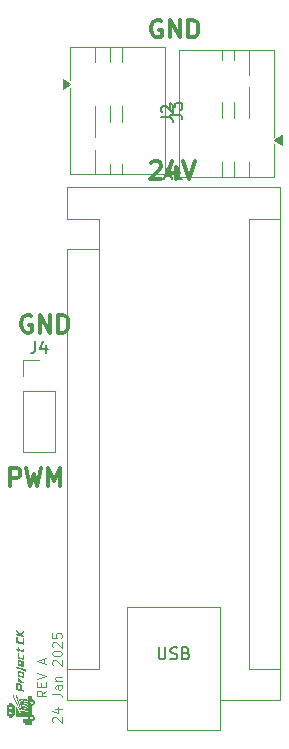
<source format=gbr>
%TF.GenerationSoftware,KiCad,Pcbnew,9.0.6*%
%TF.CreationDate,2026-01-24T14:46:46+01:00*%
%TF.ProjectId,Brushless motor test board,42727573-686c-4657-9373-206d6f746f72,rev?*%
%TF.SameCoordinates,Original*%
%TF.FileFunction,Legend,Top*%
%TF.FilePolarity,Positive*%
%FSLAX46Y46*%
G04 Gerber Fmt 4.6, Leading zero omitted, Abs format (unit mm)*
G04 Created by KiCad (PCBNEW 9.0.6) date 2026-01-24 14:46:46*
%MOMM*%
%LPD*%
G01*
G04 APERTURE LIST*
%ADD10C,0.100000*%
%ADD11C,0.300000*%
%ADD12C,0.150000*%
%ADD13C,0.000000*%
%ADD14C,0.120000*%
G04 APERTURE END LIST*
D10*
X109608940Y-89104761D02*
X109227987Y-89371428D01*
X109608940Y-89561904D02*
X108808940Y-89561904D01*
X108808940Y-89561904D02*
X108808940Y-89257142D01*
X108808940Y-89257142D02*
X108847035Y-89180952D01*
X108847035Y-89180952D02*
X108885130Y-89142857D01*
X108885130Y-89142857D02*
X108961321Y-89104761D01*
X108961321Y-89104761D02*
X109075606Y-89104761D01*
X109075606Y-89104761D02*
X109151797Y-89142857D01*
X109151797Y-89142857D02*
X109189892Y-89180952D01*
X109189892Y-89180952D02*
X109227987Y-89257142D01*
X109227987Y-89257142D02*
X109227987Y-89561904D01*
X109189892Y-88761904D02*
X109189892Y-88495238D01*
X109608940Y-88380952D02*
X109608940Y-88761904D01*
X109608940Y-88761904D02*
X108808940Y-88761904D01*
X108808940Y-88761904D02*
X108808940Y-88380952D01*
X108808940Y-88152380D02*
X109608940Y-87885713D01*
X109608940Y-87885713D02*
X108808940Y-87619047D01*
X109380368Y-86780952D02*
X109380368Y-86399999D01*
X109608940Y-86857142D02*
X108808940Y-86590475D01*
X108808940Y-86590475D02*
X109608940Y-86323809D01*
X110173085Y-91771430D02*
X110134990Y-91733334D01*
X110134990Y-91733334D02*
X110096895Y-91657144D01*
X110096895Y-91657144D02*
X110096895Y-91466668D01*
X110096895Y-91466668D02*
X110134990Y-91390477D01*
X110134990Y-91390477D02*
X110173085Y-91352382D01*
X110173085Y-91352382D02*
X110249276Y-91314287D01*
X110249276Y-91314287D02*
X110325466Y-91314287D01*
X110325466Y-91314287D02*
X110439752Y-91352382D01*
X110439752Y-91352382D02*
X110896895Y-91809525D01*
X110896895Y-91809525D02*
X110896895Y-91314287D01*
X110363561Y-90628572D02*
X110896895Y-90628572D01*
X110058800Y-90819048D02*
X110630228Y-91009525D01*
X110630228Y-91009525D02*
X110630228Y-90514286D01*
X110096895Y-89371429D02*
X110668323Y-89371429D01*
X110668323Y-89371429D02*
X110782609Y-89409524D01*
X110782609Y-89409524D02*
X110858800Y-89485715D01*
X110858800Y-89485715D02*
X110896895Y-89600000D01*
X110896895Y-89600000D02*
X110896895Y-89676191D01*
X110896895Y-88647619D02*
X110477847Y-88647619D01*
X110477847Y-88647619D02*
X110401657Y-88685714D01*
X110401657Y-88685714D02*
X110363561Y-88761905D01*
X110363561Y-88761905D02*
X110363561Y-88914286D01*
X110363561Y-88914286D02*
X110401657Y-88990476D01*
X110858800Y-88647619D02*
X110896895Y-88723810D01*
X110896895Y-88723810D02*
X110896895Y-88914286D01*
X110896895Y-88914286D02*
X110858800Y-88990476D01*
X110858800Y-88990476D02*
X110782609Y-89028572D01*
X110782609Y-89028572D02*
X110706419Y-89028572D01*
X110706419Y-89028572D02*
X110630228Y-88990476D01*
X110630228Y-88990476D02*
X110592133Y-88914286D01*
X110592133Y-88914286D02*
X110592133Y-88723810D01*
X110592133Y-88723810D02*
X110554038Y-88647619D01*
X110363561Y-88266666D02*
X110896895Y-88266666D01*
X110439752Y-88266666D02*
X110401657Y-88228571D01*
X110401657Y-88228571D02*
X110363561Y-88152381D01*
X110363561Y-88152381D02*
X110363561Y-88038095D01*
X110363561Y-88038095D02*
X110401657Y-87961904D01*
X110401657Y-87961904D02*
X110477847Y-87923809D01*
X110477847Y-87923809D02*
X110896895Y-87923809D01*
X110173085Y-86971428D02*
X110134990Y-86933332D01*
X110134990Y-86933332D02*
X110096895Y-86857142D01*
X110096895Y-86857142D02*
X110096895Y-86666666D01*
X110096895Y-86666666D02*
X110134990Y-86590475D01*
X110134990Y-86590475D02*
X110173085Y-86552380D01*
X110173085Y-86552380D02*
X110249276Y-86514285D01*
X110249276Y-86514285D02*
X110325466Y-86514285D01*
X110325466Y-86514285D02*
X110439752Y-86552380D01*
X110439752Y-86552380D02*
X110896895Y-87009523D01*
X110896895Y-87009523D02*
X110896895Y-86514285D01*
X110096895Y-86019046D02*
X110096895Y-85942856D01*
X110096895Y-85942856D02*
X110134990Y-85866665D01*
X110134990Y-85866665D02*
X110173085Y-85828570D01*
X110173085Y-85828570D02*
X110249276Y-85790475D01*
X110249276Y-85790475D02*
X110401657Y-85752380D01*
X110401657Y-85752380D02*
X110592133Y-85752380D01*
X110592133Y-85752380D02*
X110744514Y-85790475D01*
X110744514Y-85790475D02*
X110820704Y-85828570D01*
X110820704Y-85828570D02*
X110858800Y-85866665D01*
X110858800Y-85866665D02*
X110896895Y-85942856D01*
X110896895Y-85942856D02*
X110896895Y-86019046D01*
X110896895Y-86019046D02*
X110858800Y-86095237D01*
X110858800Y-86095237D02*
X110820704Y-86133332D01*
X110820704Y-86133332D02*
X110744514Y-86171427D01*
X110744514Y-86171427D02*
X110592133Y-86209523D01*
X110592133Y-86209523D02*
X110401657Y-86209523D01*
X110401657Y-86209523D02*
X110249276Y-86171427D01*
X110249276Y-86171427D02*
X110173085Y-86133332D01*
X110173085Y-86133332D02*
X110134990Y-86095237D01*
X110134990Y-86095237D02*
X110096895Y-86019046D01*
X110173085Y-85447618D02*
X110134990Y-85409522D01*
X110134990Y-85409522D02*
X110096895Y-85333332D01*
X110096895Y-85333332D02*
X110096895Y-85142856D01*
X110096895Y-85142856D02*
X110134990Y-85066665D01*
X110134990Y-85066665D02*
X110173085Y-85028570D01*
X110173085Y-85028570D02*
X110249276Y-84990475D01*
X110249276Y-84990475D02*
X110325466Y-84990475D01*
X110325466Y-84990475D02*
X110439752Y-85028570D01*
X110439752Y-85028570D02*
X110896895Y-85485713D01*
X110896895Y-85485713D02*
X110896895Y-84990475D01*
X110096895Y-84266665D02*
X110096895Y-84647617D01*
X110096895Y-84647617D02*
X110477847Y-84685713D01*
X110477847Y-84685713D02*
X110439752Y-84647617D01*
X110439752Y-84647617D02*
X110401657Y-84571427D01*
X110401657Y-84571427D02*
X110401657Y-84380951D01*
X110401657Y-84380951D02*
X110439752Y-84304760D01*
X110439752Y-84304760D02*
X110477847Y-84266665D01*
X110477847Y-84266665D02*
X110554038Y-84228570D01*
X110554038Y-84228570D02*
X110744514Y-84228570D01*
X110744514Y-84228570D02*
X110820704Y-84266665D01*
X110820704Y-84266665D02*
X110858800Y-84304760D01*
X110858800Y-84304760D02*
X110896895Y-84380951D01*
X110896895Y-84380951D02*
X110896895Y-84571427D01*
X110896895Y-84571427D02*
X110858800Y-84647617D01*
X110858800Y-84647617D02*
X110820704Y-84685713D01*
D11*
X118483082Y-44443685D02*
X118554510Y-44372257D01*
X118554510Y-44372257D02*
X118697368Y-44300828D01*
X118697368Y-44300828D02*
X119054510Y-44300828D01*
X119054510Y-44300828D02*
X119197368Y-44372257D01*
X119197368Y-44372257D02*
X119268796Y-44443685D01*
X119268796Y-44443685D02*
X119340225Y-44586542D01*
X119340225Y-44586542D02*
X119340225Y-44729400D01*
X119340225Y-44729400D02*
X119268796Y-44943685D01*
X119268796Y-44943685D02*
X118411653Y-45800828D01*
X118411653Y-45800828D02*
X119340225Y-45800828D01*
X120625939Y-44800828D02*
X120625939Y-45800828D01*
X120268796Y-44229400D02*
X119911653Y-45300828D01*
X119911653Y-45300828D02*
X120840224Y-45300828D01*
X121197367Y-44300828D02*
X121697367Y-45800828D01*
X121697367Y-45800828D02*
X122197367Y-44300828D01*
X119340225Y-32372257D02*
X119197368Y-32300828D01*
X119197368Y-32300828D02*
X118983082Y-32300828D01*
X118983082Y-32300828D02*
X118768796Y-32372257D01*
X118768796Y-32372257D02*
X118625939Y-32515114D01*
X118625939Y-32515114D02*
X118554510Y-32657971D01*
X118554510Y-32657971D02*
X118483082Y-32943685D01*
X118483082Y-32943685D02*
X118483082Y-33157971D01*
X118483082Y-33157971D02*
X118554510Y-33443685D01*
X118554510Y-33443685D02*
X118625939Y-33586542D01*
X118625939Y-33586542D02*
X118768796Y-33729400D01*
X118768796Y-33729400D02*
X118983082Y-33800828D01*
X118983082Y-33800828D02*
X119125939Y-33800828D01*
X119125939Y-33800828D02*
X119340225Y-33729400D01*
X119340225Y-33729400D02*
X119411653Y-33657971D01*
X119411653Y-33657971D02*
X119411653Y-33157971D01*
X119411653Y-33157971D02*
X119125939Y-33157971D01*
X120054510Y-33800828D02*
X120054510Y-32300828D01*
X120054510Y-32300828D02*
X120911653Y-33800828D01*
X120911653Y-33800828D02*
X120911653Y-32300828D01*
X121625939Y-33800828D02*
X121625939Y-32300828D01*
X121625939Y-32300828D02*
X121983082Y-32300828D01*
X121983082Y-32300828D02*
X122197368Y-32372257D01*
X122197368Y-32372257D02*
X122340225Y-32515114D01*
X122340225Y-32515114D02*
X122411654Y-32657971D01*
X122411654Y-32657971D02*
X122483082Y-32943685D01*
X122483082Y-32943685D02*
X122483082Y-33157971D01*
X122483082Y-33157971D02*
X122411654Y-33443685D01*
X122411654Y-33443685D02*
X122340225Y-33586542D01*
X122340225Y-33586542D02*
X122197368Y-33729400D01*
X122197368Y-33729400D02*
X121983082Y-33800828D01*
X121983082Y-33800828D02*
X121625939Y-33800828D01*
X108340225Y-57372257D02*
X108197368Y-57300828D01*
X108197368Y-57300828D02*
X107983082Y-57300828D01*
X107983082Y-57300828D02*
X107768796Y-57372257D01*
X107768796Y-57372257D02*
X107625939Y-57515114D01*
X107625939Y-57515114D02*
X107554510Y-57657971D01*
X107554510Y-57657971D02*
X107483082Y-57943685D01*
X107483082Y-57943685D02*
X107483082Y-58157971D01*
X107483082Y-58157971D02*
X107554510Y-58443685D01*
X107554510Y-58443685D02*
X107625939Y-58586542D01*
X107625939Y-58586542D02*
X107768796Y-58729400D01*
X107768796Y-58729400D02*
X107983082Y-58800828D01*
X107983082Y-58800828D02*
X108125939Y-58800828D01*
X108125939Y-58800828D02*
X108340225Y-58729400D01*
X108340225Y-58729400D02*
X108411653Y-58657971D01*
X108411653Y-58657971D02*
X108411653Y-58157971D01*
X108411653Y-58157971D02*
X108125939Y-58157971D01*
X109054510Y-58800828D02*
X109054510Y-57300828D01*
X109054510Y-57300828D02*
X109911653Y-58800828D01*
X109911653Y-58800828D02*
X109911653Y-57300828D01*
X110625939Y-58800828D02*
X110625939Y-57300828D01*
X110625939Y-57300828D02*
X110983082Y-57300828D01*
X110983082Y-57300828D02*
X111197368Y-57372257D01*
X111197368Y-57372257D02*
X111340225Y-57515114D01*
X111340225Y-57515114D02*
X111411654Y-57657971D01*
X111411654Y-57657971D02*
X111483082Y-57943685D01*
X111483082Y-57943685D02*
X111483082Y-58157971D01*
X111483082Y-58157971D02*
X111411654Y-58443685D01*
X111411654Y-58443685D02*
X111340225Y-58586542D01*
X111340225Y-58586542D02*
X111197368Y-58729400D01*
X111197368Y-58729400D02*
X110983082Y-58800828D01*
X110983082Y-58800828D02*
X110625939Y-58800828D01*
X106554510Y-71800828D02*
X106554510Y-70300828D01*
X106554510Y-70300828D02*
X107125939Y-70300828D01*
X107125939Y-70300828D02*
X107268796Y-70372257D01*
X107268796Y-70372257D02*
X107340225Y-70443685D01*
X107340225Y-70443685D02*
X107411653Y-70586542D01*
X107411653Y-70586542D02*
X107411653Y-70800828D01*
X107411653Y-70800828D02*
X107340225Y-70943685D01*
X107340225Y-70943685D02*
X107268796Y-71015114D01*
X107268796Y-71015114D02*
X107125939Y-71086542D01*
X107125939Y-71086542D02*
X106554510Y-71086542D01*
X107911653Y-70300828D02*
X108268796Y-71800828D01*
X108268796Y-71800828D02*
X108554510Y-70729400D01*
X108554510Y-70729400D02*
X108840225Y-71800828D01*
X108840225Y-71800828D02*
X109197368Y-70300828D01*
X109768796Y-71800828D02*
X109768796Y-70300828D01*
X109768796Y-70300828D02*
X110268796Y-71372257D01*
X110268796Y-71372257D02*
X110768796Y-70300828D01*
X110768796Y-70300828D02*
X110768796Y-71800828D01*
D12*
X119665714Y-45529104D02*
X120141904Y-45529104D01*
X119570476Y-45814819D02*
X119903809Y-44814819D01*
X119903809Y-44814819D02*
X120237142Y-45814819D01*
X121094285Y-45814819D02*
X120522857Y-45814819D01*
X120808571Y-45814819D02*
X120808571Y-44814819D01*
X120808571Y-44814819D02*
X120713333Y-44957676D01*
X120713333Y-44957676D02*
X120618095Y-45052914D01*
X120618095Y-45052914D02*
X120522857Y-45100533D01*
X119118095Y-85454819D02*
X119118095Y-86264342D01*
X119118095Y-86264342D02*
X119165714Y-86359580D01*
X119165714Y-86359580D02*
X119213333Y-86407200D01*
X119213333Y-86407200D02*
X119308571Y-86454819D01*
X119308571Y-86454819D02*
X119499047Y-86454819D01*
X119499047Y-86454819D02*
X119594285Y-86407200D01*
X119594285Y-86407200D02*
X119641904Y-86359580D01*
X119641904Y-86359580D02*
X119689523Y-86264342D01*
X119689523Y-86264342D02*
X119689523Y-85454819D01*
X120118095Y-86407200D02*
X120260952Y-86454819D01*
X120260952Y-86454819D02*
X120499047Y-86454819D01*
X120499047Y-86454819D02*
X120594285Y-86407200D01*
X120594285Y-86407200D02*
X120641904Y-86359580D01*
X120641904Y-86359580D02*
X120689523Y-86264342D01*
X120689523Y-86264342D02*
X120689523Y-86169104D01*
X120689523Y-86169104D02*
X120641904Y-86073866D01*
X120641904Y-86073866D02*
X120594285Y-86026247D01*
X120594285Y-86026247D02*
X120499047Y-85978628D01*
X120499047Y-85978628D02*
X120308571Y-85931009D01*
X120308571Y-85931009D02*
X120213333Y-85883390D01*
X120213333Y-85883390D02*
X120165714Y-85835771D01*
X120165714Y-85835771D02*
X120118095Y-85740533D01*
X120118095Y-85740533D02*
X120118095Y-85645295D01*
X120118095Y-85645295D02*
X120165714Y-85550057D01*
X120165714Y-85550057D02*
X120213333Y-85502438D01*
X120213333Y-85502438D02*
X120308571Y-85454819D01*
X120308571Y-85454819D02*
X120546666Y-85454819D01*
X120546666Y-85454819D02*
X120689523Y-85502438D01*
X121451428Y-85931009D02*
X121594285Y-85978628D01*
X121594285Y-85978628D02*
X121641904Y-86026247D01*
X121641904Y-86026247D02*
X121689523Y-86121485D01*
X121689523Y-86121485D02*
X121689523Y-86264342D01*
X121689523Y-86264342D02*
X121641904Y-86359580D01*
X121641904Y-86359580D02*
X121594285Y-86407200D01*
X121594285Y-86407200D02*
X121499047Y-86454819D01*
X121499047Y-86454819D02*
X121118095Y-86454819D01*
X121118095Y-86454819D02*
X121118095Y-85454819D01*
X121118095Y-85454819D02*
X121451428Y-85454819D01*
X121451428Y-85454819D02*
X121546666Y-85502438D01*
X121546666Y-85502438D02*
X121594285Y-85550057D01*
X121594285Y-85550057D02*
X121641904Y-85645295D01*
X121641904Y-85645295D02*
X121641904Y-85740533D01*
X121641904Y-85740533D02*
X121594285Y-85835771D01*
X121594285Y-85835771D02*
X121546666Y-85883390D01*
X121546666Y-85883390D02*
X121451428Y-85931009D01*
X121451428Y-85931009D02*
X121118095Y-85931009D01*
X120107319Y-40333333D02*
X120821604Y-40333333D01*
X120821604Y-40333333D02*
X120964461Y-40380952D01*
X120964461Y-40380952D02*
X121059700Y-40476190D01*
X121059700Y-40476190D02*
X121107319Y-40619047D01*
X121107319Y-40619047D02*
X121107319Y-40714285D01*
X120107319Y-39952380D02*
X120107319Y-39333333D01*
X120107319Y-39333333D02*
X120488271Y-39666666D01*
X120488271Y-39666666D02*
X120488271Y-39523809D01*
X120488271Y-39523809D02*
X120535890Y-39428571D01*
X120535890Y-39428571D02*
X120583509Y-39380952D01*
X120583509Y-39380952D02*
X120678747Y-39333333D01*
X120678747Y-39333333D02*
X120916842Y-39333333D01*
X120916842Y-39333333D02*
X121012080Y-39380952D01*
X121012080Y-39380952D02*
X121059700Y-39428571D01*
X121059700Y-39428571D02*
X121107319Y-39523809D01*
X121107319Y-39523809D02*
X121107319Y-39809523D01*
X121107319Y-39809523D02*
X121059700Y-39904761D01*
X121059700Y-39904761D02*
X121012080Y-39952380D01*
X119334819Y-40583333D02*
X120049104Y-40583333D01*
X120049104Y-40583333D02*
X120191961Y-40630952D01*
X120191961Y-40630952D02*
X120287200Y-40726190D01*
X120287200Y-40726190D02*
X120334819Y-40869047D01*
X120334819Y-40869047D02*
X120334819Y-40964285D01*
X119430057Y-40154761D02*
X119382438Y-40107142D01*
X119382438Y-40107142D02*
X119334819Y-40011904D01*
X119334819Y-40011904D02*
X119334819Y-39773809D01*
X119334819Y-39773809D02*
X119382438Y-39678571D01*
X119382438Y-39678571D02*
X119430057Y-39630952D01*
X119430057Y-39630952D02*
X119525295Y-39583333D01*
X119525295Y-39583333D02*
X119620533Y-39583333D01*
X119620533Y-39583333D02*
X119763390Y-39630952D01*
X119763390Y-39630952D02*
X120334819Y-40202380D01*
X120334819Y-40202380D02*
X120334819Y-39583333D01*
X108666666Y-59534819D02*
X108666666Y-60249104D01*
X108666666Y-60249104D02*
X108619047Y-60391961D01*
X108619047Y-60391961D02*
X108523809Y-60487200D01*
X108523809Y-60487200D02*
X108380952Y-60534819D01*
X108380952Y-60534819D02*
X108285714Y-60534819D01*
X109571428Y-59868152D02*
X109571428Y-60534819D01*
X109333333Y-59487200D02*
X109095238Y-60201485D01*
X109095238Y-60201485D02*
X109714285Y-60201485D01*
D13*
%TO.C,G\u002A\u002A\u002A*%
G36*
X107069513Y-87068689D02*
G01*
X107074352Y-87070204D01*
X107083432Y-87072972D01*
X107095816Y-87076711D01*
X107110570Y-87081137D01*
X107126756Y-87085970D01*
X107128228Y-87086408D01*
X107144278Y-87091238D01*
X107158761Y-87095697D01*
X107170799Y-87099504D01*
X107179515Y-87102383D01*
X107184031Y-87104055D01*
X107184243Y-87104159D01*
X107185696Y-87105312D01*
X107186819Y-87107478D01*
X107187653Y-87111291D01*
X107188241Y-87117383D01*
X107188624Y-87126390D01*
X107188845Y-87138943D01*
X107188945Y-87155677D01*
X107188968Y-87175385D01*
X107188892Y-87194015D01*
X107188678Y-87210733D01*
X107188347Y-87224822D01*
X107187920Y-87235565D01*
X107187419Y-87242244D01*
X107186943Y-87244192D01*
X107183889Y-87243469D01*
X107176406Y-87241407D01*
X107165236Y-87238218D01*
X107151121Y-87234116D01*
X107134803Y-87229315D01*
X107123537Y-87225970D01*
X107062155Y-87207684D01*
X107062122Y-87136962D01*
X107062089Y-87066239D01*
X107069513Y-87068689D01*
G37*
G36*
X106843652Y-89512585D02*
G01*
X106847356Y-89519484D01*
X106852555Y-89529876D01*
X106858916Y-89543033D01*
X106866105Y-89558229D01*
X106873790Y-89574735D01*
X106881637Y-89591825D01*
X106889314Y-89608771D01*
X106896486Y-89624845D01*
X106902821Y-89639321D01*
X106907986Y-89651471D01*
X106911647Y-89660568D01*
X106913471Y-89665884D01*
X106913614Y-89666727D01*
X106911045Y-89670839D01*
X106903665Y-89675592D01*
X106899442Y-89677604D01*
X106890442Y-89681647D01*
X106878603Y-89687034D01*
X106865979Y-89692827D01*
X106861271Y-89695002D01*
X106850397Y-89699798D01*
X106840901Y-89703552D01*
X106834140Y-89705752D01*
X106832045Y-89706112D01*
X106830086Y-89705202D01*
X106827400Y-89702186D01*
X106823748Y-89696631D01*
X106818888Y-89688105D01*
X106812578Y-89676176D01*
X106804579Y-89660412D01*
X106794647Y-89640381D01*
X106789479Y-89629849D01*
X106778686Y-89607561D01*
X106769663Y-89588417D01*
X106762555Y-89572748D01*
X106757511Y-89560886D01*
X106754675Y-89553164D01*
X106754163Y-89549961D01*
X106757274Y-89547561D01*
X106764306Y-89543591D01*
X106774263Y-89538508D01*
X106786144Y-89532769D01*
X106798952Y-89526829D01*
X106811688Y-89521145D01*
X106823354Y-89516173D01*
X106832952Y-89512371D01*
X106839482Y-89510194D01*
X106841777Y-89509906D01*
X106843652Y-89512585D01*
G37*
G36*
X107110810Y-89458163D02*
G01*
X107120991Y-89492330D01*
X107129715Y-89521673D01*
X107137084Y-89546538D01*
X107143197Y-89567273D01*
X107148156Y-89584223D01*
X107152059Y-89597735D01*
X107155008Y-89608154D01*
X107157102Y-89615828D01*
X107158441Y-89621103D01*
X107159127Y-89624325D01*
X107159273Y-89625614D01*
X107157752Y-89628638D01*
X107152673Y-89631615D01*
X107143262Y-89634956D01*
X107139701Y-89636026D01*
X107126930Y-89639789D01*
X107112160Y-89644173D01*
X107098559Y-89648239D01*
X107098394Y-89648289D01*
X107087837Y-89651311D01*
X107078922Y-89653592D01*
X107073175Y-89654749D01*
X107072298Y-89654820D01*
X107070635Y-89653584D01*
X107068304Y-89649616D01*
X107065155Y-89642528D01*
X107061040Y-89631929D01*
X107055807Y-89617431D01*
X107049308Y-89598643D01*
X107041394Y-89575178D01*
X107039368Y-89569109D01*
X107032523Y-89548371D01*
X107026267Y-89529021D01*
X107020801Y-89511717D01*
X107016329Y-89497116D01*
X107013052Y-89485876D01*
X107011173Y-89478652D01*
X107010798Y-89476393D01*
X107012555Y-89469439D01*
X107015522Y-89465317D01*
X107020022Y-89462874D01*
X107028523Y-89459418D01*
X107039811Y-89455344D01*
X107052675Y-89451045D01*
X107065901Y-89446913D01*
X107078278Y-89443344D01*
X107088592Y-89440730D01*
X107094965Y-89439536D01*
X107104895Y-89438327D01*
X107110810Y-89458163D01*
G37*
G36*
X107224230Y-87115235D02*
G01*
X107232030Y-87117224D01*
X107244290Y-87120415D01*
X107260633Y-87124708D01*
X107280684Y-87130002D01*
X107304068Y-87136198D01*
X107330409Y-87143193D01*
X107359332Y-87150889D01*
X107390461Y-87159183D01*
X107423421Y-87167977D01*
X107457835Y-87177168D01*
X107493330Y-87186656D01*
X107529529Y-87196341D01*
X107566056Y-87206123D01*
X107602537Y-87215900D01*
X107638596Y-87225572D01*
X107673857Y-87235039D01*
X107707944Y-87244200D01*
X107740483Y-87252954D01*
X107771098Y-87261200D01*
X107799413Y-87268839D01*
X107825053Y-87275770D01*
X107847642Y-87281891D01*
X107866805Y-87287103D01*
X107882166Y-87291304D01*
X107893351Y-87294395D01*
X107899982Y-87296275D01*
X107901750Y-87296833D01*
X107902224Y-87299726D01*
X107902660Y-87307361D01*
X107903057Y-87319078D01*
X107903411Y-87334222D01*
X107903718Y-87352133D01*
X107903975Y-87372154D01*
X107904180Y-87393628D01*
X107904330Y-87415896D01*
X107904420Y-87438300D01*
X107904447Y-87460184D01*
X107904410Y-87480888D01*
X107904303Y-87499756D01*
X107904125Y-87516130D01*
X107903872Y-87529351D01*
X107903541Y-87538762D01*
X107903128Y-87543705D01*
X107902949Y-87544276D01*
X107899961Y-87544146D01*
X107892807Y-87542784D01*
X107882518Y-87540415D01*
X107870127Y-87537262D01*
X107868529Y-87536836D01*
X107853200Y-87532738D01*
X107837192Y-87528467D01*
X107822601Y-87524582D01*
X107813237Y-87522095D01*
X107790966Y-87516191D01*
X107790966Y-87461766D01*
X107790966Y-87407342D01*
X107510888Y-87332388D01*
X107473000Y-87322249D01*
X107436510Y-87312485D01*
X107401763Y-87303189D01*
X107369108Y-87294453D01*
X107338891Y-87286370D01*
X107311458Y-87279033D01*
X107287156Y-87272535D01*
X107266332Y-87266968D01*
X107249332Y-87262425D01*
X107236504Y-87258999D01*
X107228193Y-87256783D01*
X107224747Y-87255868D01*
X107224737Y-87255865D01*
X107218663Y-87254297D01*
X107218663Y-87184423D01*
X107218761Y-87162490D01*
X107219045Y-87144200D01*
X107219501Y-87129947D01*
X107220114Y-87120124D01*
X107220870Y-87115123D01*
X107221264Y-87114550D01*
X107224230Y-87115235D01*
G37*
G36*
X107074912Y-84529702D02*
G01*
X107082277Y-84531768D01*
X107093479Y-84534822D01*
X107107130Y-84538490D01*
X107121843Y-84542397D01*
X107125447Y-84543347D01*
X107139460Y-84547082D01*
X107152020Y-84550521D01*
X107161995Y-84553345D01*
X107168252Y-84555240D01*
X107169315Y-84555609D01*
X107175470Y-84557949D01*
X107175470Y-84746314D01*
X107175470Y-84934679D01*
X107389409Y-84992127D01*
X107422478Y-85001006D01*
X107454129Y-85009504D01*
X107483963Y-85017512D01*
X107511580Y-85024924D01*
X107536579Y-85031631D01*
X107558560Y-85037528D01*
X107577124Y-85042507D01*
X107591871Y-85046459D01*
X107602400Y-85049279D01*
X107608311Y-85050858D01*
X107609403Y-85051147D01*
X107615459Y-85052720D01*
X107616152Y-84863956D01*
X107616845Y-84675192D01*
X107668137Y-84688949D01*
X107684241Y-84693297D01*
X107698764Y-84697271D01*
X107710819Y-84700625D01*
X107719519Y-84703111D01*
X107723976Y-84704482D01*
X107724152Y-84704547D01*
X107724942Y-84705083D01*
X107725640Y-84706250D01*
X107726250Y-84708366D01*
X107726778Y-84711752D01*
X107727231Y-84716727D01*
X107727614Y-84723611D01*
X107727932Y-84732722D01*
X107728193Y-84744382D01*
X107728401Y-84758908D01*
X107728562Y-84776620D01*
X107728683Y-84797839D01*
X107728768Y-84822883D01*
X107728825Y-84852072D01*
X107728857Y-84885725D01*
X107728873Y-84924163D01*
X107728876Y-84964280D01*
X107728863Y-85008969D01*
X107728822Y-85048529D01*
X107728748Y-85083228D01*
X107728639Y-85113337D01*
X107728491Y-85139125D01*
X107728300Y-85160861D01*
X107728063Y-85178815D01*
X107727777Y-85193256D01*
X107727437Y-85204454D01*
X107727040Y-85212678D01*
X107726584Y-85218198D01*
X107726063Y-85221282D01*
X107725502Y-85222203D01*
X107722521Y-85221521D01*
X107714640Y-85219521D01*
X107702173Y-85216289D01*
X107685436Y-85211906D01*
X107664742Y-85206456D01*
X107640407Y-85200023D01*
X107612744Y-85192690D01*
X107582068Y-85184541D01*
X107548694Y-85175657D01*
X107512935Y-85166124D01*
X107475108Y-85156025D01*
X107435525Y-85145442D01*
X107394502Y-85134460D01*
X107392108Y-85133818D01*
X107062089Y-85045402D01*
X107062089Y-84785691D01*
X107062089Y-84525980D01*
X107074912Y-84529702D01*
G37*
G36*
X107224205Y-87420286D02*
G01*
X107232009Y-87422268D01*
X107244146Y-87425428D01*
X107260177Y-87429647D01*
X107279663Y-87434808D01*
X107302167Y-87440791D01*
X107327248Y-87447480D01*
X107354468Y-87454755D01*
X107383388Y-87462500D01*
X107413570Y-87470595D01*
X107444574Y-87478923D01*
X107475961Y-87487365D01*
X107507294Y-87495804D01*
X107538133Y-87504122D01*
X107568039Y-87512200D01*
X107596573Y-87519920D01*
X107623297Y-87527164D01*
X107647772Y-87533814D01*
X107669558Y-87539752D01*
X107688218Y-87544861D01*
X107703312Y-87549021D01*
X107714401Y-87552114D01*
X107721047Y-87554024D01*
X107722802Y-87554585D01*
X107728876Y-87557160D01*
X107728876Y-87802717D01*
X107728855Y-87838647D01*
X107728791Y-87873020D01*
X107728690Y-87905454D01*
X107728553Y-87935569D01*
X107728384Y-87962982D01*
X107728187Y-87987314D01*
X107727963Y-88008181D01*
X107727717Y-88025204D01*
X107727452Y-88038000D01*
X107727170Y-88046189D01*
X107726874Y-88049389D01*
X107726852Y-88049417D01*
X107724013Y-88048892D01*
X107716322Y-88047049D01*
X107704136Y-88043983D01*
X107687814Y-88039787D01*
X107667713Y-88034556D01*
X107644192Y-88028383D01*
X107617609Y-88021364D01*
X107615495Y-88020803D01*
X107588323Y-88013592D01*
X107556691Y-88005161D01*
X107523072Y-87996165D01*
X107487825Y-87986699D01*
X107472420Y-87982551D01*
X107220012Y-87914542D01*
X107219323Y-87667070D01*
X107219304Y-87658305D01*
X107332502Y-87658305D01*
X107332611Y-87683940D01*
X107332687Y-87696413D01*
X107333393Y-87803758D01*
X107474444Y-87842048D01*
X107615495Y-87880338D01*
X107615495Y-87773307D01*
X107615495Y-87666276D01*
X107477144Y-87628894D01*
X107450703Y-87621745D01*
X107425793Y-87614998D01*
X107402909Y-87608790D01*
X107382544Y-87603254D01*
X107365194Y-87598525D01*
X107351354Y-87594739D01*
X107341519Y-87592029D01*
X107336183Y-87590531D01*
X107335387Y-87590290D01*
X107334511Y-87590967D01*
X107333807Y-87593967D01*
X107333265Y-87599704D01*
X107332874Y-87608592D01*
X107332623Y-87621046D01*
X107332503Y-87637479D01*
X107332502Y-87658305D01*
X107219304Y-87658305D01*
X107219231Y-87623878D01*
X107219201Y-87584261D01*
X107219233Y-87548418D01*
X107219326Y-87516545D01*
X107219477Y-87488840D01*
X107219686Y-87465501D01*
X107219951Y-87446724D01*
X107220270Y-87432708D01*
X107220643Y-87423650D01*
X107221067Y-87419746D01*
X107221173Y-87419599D01*
X107224205Y-87420286D01*
G37*
G36*
X107221757Y-87975022D02*
G01*
X107226852Y-87980868D01*
X107234903Y-87990241D01*
X107245651Y-88002835D01*
X107258836Y-88018345D01*
X107274202Y-88036467D01*
X107291489Y-88056897D01*
X107310439Y-88079330D01*
X107330794Y-88103461D01*
X107352296Y-88128985D01*
X107364722Y-88143751D01*
X107508356Y-88314497D01*
X107608493Y-88341997D01*
X107631255Y-88348253D01*
X107652731Y-88354166D01*
X107672282Y-88359557D01*
X107689267Y-88364252D01*
X107703045Y-88368071D01*
X107712976Y-88370839D01*
X107718421Y-88372378D01*
X107718753Y-88372475D01*
X107728876Y-88375454D01*
X107728876Y-88442834D01*
X107728840Y-88463894D01*
X107728706Y-88480150D01*
X107728439Y-88492195D01*
X107728003Y-88500622D01*
X107727363Y-88506026D01*
X107726483Y-88509000D01*
X107725327Y-88510139D01*
X107724823Y-88510214D01*
X107721899Y-88509520D01*
X107714205Y-88507517D01*
X107702178Y-88504325D01*
X107686255Y-88500062D01*
X107666873Y-88494848D01*
X107644468Y-88488801D01*
X107619477Y-88482041D01*
X107592338Y-88474686D01*
X107563487Y-88466855D01*
X107533361Y-88458668D01*
X107502397Y-88450244D01*
X107471031Y-88441701D01*
X107439702Y-88433158D01*
X107408845Y-88424735D01*
X107378897Y-88416551D01*
X107350296Y-88408724D01*
X107323477Y-88401374D01*
X107298880Y-88394619D01*
X107276939Y-88388579D01*
X107258091Y-88383373D01*
X107242775Y-88379119D01*
X107231426Y-88375937D01*
X107224482Y-88373945D01*
X107223387Y-88373617D01*
X107221937Y-88372808D01*
X107220817Y-88370960D01*
X107219983Y-88367449D01*
X107219396Y-88361652D01*
X107219012Y-88352945D01*
X107218790Y-88340705D01*
X107218687Y-88324308D01*
X107218663Y-88303335D01*
X107218663Y-88234497D01*
X107224737Y-88236464D01*
X107231326Y-88238461D01*
X107241349Y-88241329D01*
X107253878Y-88244822D01*
X107267987Y-88248689D01*
X107282750Y-88252682D01*
X107297239Y-88256552D01*
X107310528Y-88260051D01*
X107321689Y-88262931D01*
X107329797Y-88264942D01*
X107333924Y-88265836D01*
X107334252Y-88265845D01*
X107332786Y-88263678D01*
X107328232Y-88257870D01*
X107320984Y-88248904D01*
X107311438Y-88237263D01*
X107299991Y-88223430D01*
X107287036Y-88207890D01*
X107276887Y-88195780D01*
X107218663Y-88126473D01*
X107218663Y-88049739D01*
X107218704Y-88030013D01*
X107218819Y-88012165D01*
X107218998Y-87996872D01*
X107219231Y-87984813D01*
X107219506Y-87976665D01*
X107219812Y-87973106D01*
X107219875Y-87973005D01*
X107221757Y-87975022D01*
G37*
G36*
X107414898Y-89779312D02*
G01*
X107434635Y-89779759D01*
X107438675Y-89779858D01*
X107480675Y-89781407D01*
X107525797Y-89784009D01*
X107573003Y-89787554D01*
X107621255Y-89791930D01*
X107669514Y-89797026D01*
X107716743Y-89802731D01*
X107761902Y-89808934D01*
X107803953Y-89815522D01*
X107841857Y-89822386D01*
X107849006Y-89823814D01*
X107867573Y-89827821D01*
X107889020Y-89832828D01*
X107912031Y-89838495D01*
X107935290Y-89844481D01*
X107957482Y-89850447D01*
X107977291Y-89856053D01*
X107993402Y-89860958D01*
X107996131Y-89861847D01*
X108019077Y-89869434D01*
X108019793Y-89947046D01*
X108019908Y-89966888D01*
X108019879Y-89984856D01*
X108019719Y-90000276D01*
X108019439Y-90012475D01*
X108019051Y-90020778D01*
X108018568Y-90024513D01*
X108018444Y-90024654D01*
X108015297Y-90023689D01*
X108008163Y-90021051D01*
X107998048Y-90017125D01*
X107985958Y-90012295D01*
X107983836Y-90011435D01*
X107952197Y-89999363D01*
X107919850Y-89988648D01*
X107885810Y-89979030D01*
X107849092Y-89970248D01*
X107808714Y-89962041D01*
X107774769Y-89955993D01*
X107725203Y-89948281D01*
X107674763Y-89941704D01*
X107624711Y-89936385D01*
X107576312Y-89932445D01*
X107530829Y-89930009D01*
X107499652Y-89929244D01*
X107483592Y-89929123D01*
X107471818Y-89929223D01*
X107463221Y-89929680D01*
X107456690Y-89930630D01*
X107451113Y-89932209D01*
X107445380Y-89934555D01*
X107441375Y-89936400D01*
X107426688Y-89944409D01*
X107415173Y-89953726D01*
X107404970Y-89965986D01*
X107400814Y-89972121D01*
X107396538Y-89978449D01*
X107392676Y-89982784D01*
X107387913Y-89985926D01*
X107380935Y-89988678D01*
X107370427Y-89991841D01*
X107366744Y-89992889D01*
X107354216Y-89996239D01*
X107345889Y-89997902D01*
X107340879Y-89998002D01*
X107338454Y-89996834D01*
X107337184Y-89993710D01*
X107334706Y-89986086D01*
X107331221Y-89974672D01*
X107326928Y-89960180D01*
X107322028Y-89943322D01*
X107316721Y-89924810D01*
X107311207Y-89905354D01*
X107305686Y-89885666D01*
X107300358Y-89866458D01*
X107295423Y-89848441D01*
X107291081Y-89832327D01*
X107287532Y-89818827D01*
X107284977Y-89808653D01*
X107283615Y-89802516D01*
X107283444Y-89801204D01*
X107284053Y-89799123D01*
X107286316Y-89797235D01*
X107290899Y-89795340D01*
X107298471Y-89793235D01*
X107309700Y-89790721D01*
X107325252Y-89787596D01*
X107334743Y-89785764D01*
X107347302Y-89783399D01*
X107357749Y-89781615D01*
X107367128Y-89780351D01*
X107376486Y-89779548D01*
X107386870Y-89779147D01*
X107399325Y-89779088D01*
X107414898Y-89779312D01*
G37*
G36*
X106930086Y-89699960D02*
G01*
X106931543Y-89702773D01*
X106935105Y-89710311D01*
X106940680Y-89722365D01*
X106948174Y-89738728D01*
X106957495Y-89759195D01*
X106968549Y-89783556D01*
X106981243Y-89811605D01*
X106995483Y-89843135D01*
X107011178Y-89877939D01*
X107028234Y-89915809D01*
X107046557Y-89956539D01*
X107066055Y-89999921D01*
X107086634Y-90045747D01*
X107108202Y-90093812D01*
X107130665Y-90143906D01*
X107153930Y-90195825D01*
X107177904Y-90249359D01*
X107202494Y-90304302D01*
X107227607Y-90360447D01*
X107253150Y-90417587D01*
X107279030Y-90475514D01*
X107305153Y-90534022D01*
X107331427Y-90592903D01*
X107342869Y-90618557D01*
X107357655Y-90651710D01*
X107371953Y-90683761D01*
X107385590Y-90714325D01*
X107398394Y-90743017D01*
X107410194Y-90769453D01*
X107420817Y-90793246D01*
X107430092Y-90814012D01*
X107437847Y-90831367D01*
X107443909Y-90844923D01*
X107448108Y-90854298D01*
X107450207Y-90858966D01*
X107455504Y-90870958D01*
X107458705Y-90879263D01*
X107460104Y-90885032D01*
X107459993Y-90889420D01*
X107458878Y-90893059D01*
X107453614Y-90899703D01*
X107445305Y-90903785D01*
X107435887Y-90904821D01*
X107427298Y-90902326D01*
X107425816Y-90901334D01*
X107423751Y-90898272D01*
X107419605Y-90890845D01*
X107413635Y-90879558D01*
X107406097Y-90864913D01*
X107397249Y-90847413D01*
X107387346Y-90827560D01*
X107376646Y-90805858D01*
X107367576Y-90787278D01*
X107360744Y-90773304D01*
X107351642Y-90754818D01*
X107340426Y-90732131D01*
X107327251Y-90705555D01*
X107312273Y-90675403D01*
X107295647Y-90641985D01*
X107277529Y-90605613D01*
X107258074Y-90566600D01*
X107237438Y-90525256D01*
X107215776Y-90481893D01*
X107193243Y-90436824D01*
X107169996Y-90390359D01*
X107146189Y-90342811D01*
X107121978Y-90294491D01*
X107097519Y-90245710D01*
X107079747Y-90210289D01*
X107056115Y-90163171D01*
X107033148Y-90117313D01*
X107010962Y-90072952D01*
X106989674Y-90030323D01*
X106969400Y-89989660D01*
X106950257Y-89951200D01*
X106932360Y-89915177D01*
X106915827Y-89881826D01*
X106900774Y-89851384D01*
X106887317Y-89824084D01*
X106875573Y-89800163D01*
X106865658Y-89779855D01*
X106857688Y-89763395D01*
X106851781Y-89751020D01*
X106848052Y-89742964D01*
X106846618Y-89739462D01*
X106846607Y-89739348D01*
X106849211Y-89736769D01*
X106855725Y-89732651D01*
X106865163Y-89727462D01*
X106876538Y-89721667D01*
X106888863Y-89715731D01*
X106901151Y-89710121D01*
X106912414Y-89705301D01*
X106921667Y-89701738D01*
X106927921Y-89699897D01*
X106930086Y-89699960D01*
G37*
G36*
X107128080Y-88444388D02*
G01*
X107136091Y-88446115D01*
X107148385Y-88449038D01*
X107164500Y-88453041D01*
X107183977Y-88458005D01*
X107206353Y-88463813D01*
X107231167Y-88470348D01*
X107257958Y-88477490D01*
X107286265Y-88485124D01*
X107287824Y-88485547D01*
X107316477Y-88493321D01*
X107343844Y-88500742D01*
X107369434Y-88507679D01*
X107392757Y-88513998D01*
X107413324Y-88519568D01*
X107430642Y-88524254D01*
X107444223Y-88527925D01*
X107453575Y-88530447D01*
X107458209Y-88531687D01*
X107458214Y-88531689D01*
X107462452Y-88533015D01*
X107466240Y-88534974D01*
X107470167Y-88538214D01*
X107474823Y-88543382D01*
X107480798Y-88551127D01*
X107488681Y-88562098D01*
X107498033Y-88575462D01*
X107526411Y-88616224D01*
X107526411Y-88812851D01*
X107526411Y-89009479D01*
X107540583Y-89013491D01*
X107546718Y-89015181D01*
X107557299Y-89018045D01*
X107571554Y-89021875D01*
X107588709Y-89026464D01*
X107607992Y-89031606D01*
X107628628Y-89037093D01*
X107637092Y-89039339D01*
X107657494Y-89044754D01*
X107676355Y-89049770D01*
X107693003Y-89054205D01*
X107706769Y-89057883D01*
X107716981Y-89060623D01*
X107722969Y-89062247D01*
X107724152Y-89062579D01*
X107725588Y-89063368D01*
X107726701Y-89065186D01*
X107727532Y-89068651D01*
X107728122Y-89074379D01*
X107728510Y-89082987D01*
X107728739Y-89095090D01*
X107728847Y-89111307D01*
X107728876Y-89132252D01*
X107728876Y-89134305D01*
X107728876Y-89204626D01*
X107722802Y-89203042D01*
X107719475Y-89202160D01*
X107711250Y-89199974D01*
X107698447Y-89196569D01*
X107681386Y-89192030D01*
X107660385Y-89186442D01*
X107635765Y-89179890D01*
X107607845Y-89172459D01*
X107576945Y-89164234D01*
X107543383Y-89155301D01*
X107507481Y-89145743D01*
X107469557Y-89135647D01*
X107429930Y-89125098D01*
X107413072Y-89120610D01*
X107389437Y-89114317D01*
X107062146Y-89027176D01*
X107062154Y-88754523D01*
X107062159Y-88594423D01*
X107175470Y-88594423D01*
X107175485Y-88755459D01*
X107175501Y-88916495D01*
X107255797Y-88937772D01*
X107278111Y-88943686D01*
X107300824Y-88949706D01*
X107322833Y-88955542D01*
X107343034Y-88960899D01*
X107360323Y-88965486D01*
X107373599Y-88969010D01*
X107374582Y-88969271D01*
X107413072Y-88979493D01*
X107412376Y-88818444D01*
X107411680Y-88657394D01*
X107327994Y-88635086D01*
X107305607Y-88629118D01*
X107283140Y-88623128D01*
X107261596Y-88617385D01*
X107241980Y-88612156D01*
X107225298Y-88607708D01*
X107212554Y-88604311D01*
X107209889Y-88603600D01*
X107175470Y-88594423D01*
X107062159Y-88594423D01*
X107062163Y-88481869D01*
X107091458Y-88463701D01*
X107102897Y-88456680D01*
X107112920Y-88450662D01*
X107120508Y-88446250D01*
X107124640Y-88444048D01*
X107124814Y-88443976D01*
X107128080Y-88444388D01*
G37*
G36*
X107169514Y-89663642D02*
G01*
X107172218Y-89670922D01*
X107175940Y-89682062D01*
X107180464Y-89696393D01*
X107185574Y-89713245D01*
X107191055Y-89731948D01*
X107191818Y-89734603D01*
X107208195Y-89791684D01*
X107223181Y-89843931D01*
X107236877Y-89891699D01*
X107249386Y-89935340D01*
X107260807Y-89975211D01*
X107271242Y-90011665D01*
X107280793Y-90045057D01*
X107289561Y-90075741D01*
X107297647Y-90104071D01*
X107305153Y-90130403D01*
X107312179Y-90155090D01*
X107318828Y-90178487D01*
X107325199Y-90200949D01*
X107331396Y-90222829D01*
X107336045Y-90239271D01*
X107344798Y-90270213D01*
X107354614Y-90304865D01*
X107365073Y-90341747D01*
X107375754Y-90379376D01*
X107386237Y-90416272D01*
X107396101Y-90450954D01*
X107404926Y-90481941D01*
X107405009Y-90482230D01*
X107412638Y-90509019D01*
X107420309Y-90536003D01*
X107427791Y-90562364D01*
X107434851Y-90587285D01*
X107441259Y-90609948D01*
X107446783Y-90629535D01*
X107451191Y-90645229D01*
X107453166Y-90652301D01*
X107457612Y-90668264D01*
X107463151Y-90688136D01*
X107469421Y-90710627D01*
X107476064Y-90734446D01*
X107482720Y-90758303D01*
X107488454Y-90778849D01*
X107493952Y-90798759D01*
X107498940Y-90817230D01*
X107503235Y-90833553D01*
X107506656Y-90847022D01*
X107509020Y-90856929D01*
X107510145Y-90862567D01*
X107510213Y-90863332D01*
X107508355Y-90869713D01*
X107503855Y-90876213D01*
X107503587Y-90876486D01*
X107495625Y-90881676D01*
X107486796Y-90883314D01*
X107478816Y-90881366D01*
X107474090Y-90877038D01*
X107472572Y-90873430D01*
X107469544Y-90865154D01*
X107465165Y-90852679D01*
X107459594Y-90836472D01*
X107452989Y-90817001D01*
X107445509Y-90794733D01*
X107437312Y-90770137D01*
X107428558Y-90743679D01*
X107419818Y-90717090D01*
X107413254Y-90697100D01*
X107405120Y-90672390D01*
X107395547Y-90643366D01*
X107384670Y-90610430D01*
X107372622Y-90573987D01*
X107359538Y-90534441D01*
X107345552Y-90492195D01*
X107330796Y-90447653D01*
X107315404Y-90401218D01*
X107299512Y-90353296D01*
X107283251Y-90304289D01*
X107266756Y-90254602D01*
X107250161Y-90204637D01*
X107233600Y-90154800D01*
X107225193Y-90129512D01*
X107209643Y-90082723D01*
X107194561Y-90037293D01*
X107180034Y-89993488D01*
X107166150Y-89951575D01*
X107152997Y-89911821D01*
X107140662Y-89874493D01*
X107129234Y-89839858D01*
X107118800Y-89808183D01*
X107109449Y-89779734D01*
X107101269Y-89754778D01*
X107094346Y-89733583D01*
X107088769Y-89716415D01*
X107084627Y-89703540D01*
X107082006Y-89695227D01*
X107080995Y-89691741D01*
X107080986Y-89691666D01*
X107082800Y-89689371D01*
X107088494Y-89686280D01*
X107098447Y-89682232D01*
X107113038Y-89677065D01*
X107123064Y-89673725D01*
X107137357Y-89669150D01*
X107149931Y-89665336D01*
X107159862Y-89662546D01*
X107166227Y-89661045D01*
X107168044Y-89660894D01*
X107169514Y-89663642D01*
G37*
G36*
X107016911Y-90369881D02*
G01*
X107020589Y-90376798D01*
X107026355Y-90387961D01*
X107034060Y-90403073D01*
X107043553Y-90421836D01*
X107054687Y-90443950D01*
X107067310Y-90469118D01*
X107081274Y-90497043D01*
X107096428Y-90527425D01*
X107112624Y-90559968D01*
X107129711Y-90594372D01*
X107147541Y-90630340D01*
X107159209Y-90653917D01*
X107181417Y-90698784D01*
X107201374Y-90739035D01*
X107219202Y-90774904D01*
X107235019Y-90806625D01*
X107248947Y-90834435D01*
X107261106Y-90858566D01*
X107271616Y-90879254D01*
X107280597Y-90896734D01*
X107288169Y-90911239D01*
X107294454Y-90923004D01*
X107299570Y-90932264D01*
X107303638Y-90939254D01*
X107306779Y-90944208D01*
X107309113Y-90947360D01*
X107310256Y-90948556D01*
X107317685Y-90954040D01*
X107327780Y-90960195D01*
X107337315Y-90965171D01*
X107346406Y-90969218D01*
X107354070Y-90971706D01*
X107362213Y-90973005D01*
X107372744Y-90973482D01*
X107380635Y-90973527D01*
X107393365Y-90973341D01*
X107402642Y-90972549D01*
X107410407Y-90970765D01*
X107418601Y-90967603D01*
X107424834Y-90964741D01*
X107436272Y-90958848D01*
X107447839Y-90952109D01*
X107456304Y-90946492D01*
X107471843Y-90937804D01*
X107490159Y-90931655D01*
X107512908Y-90923882D01*
X107531493Y-90913061D01*
X107546298Y-90898793D01*
X107557705Y-90880675D01*
X107566099Y-90858307D01*
X107568262Y-90849969D01*
X107571377Y-90833717D01*
X107571979Y-90820913D01*
X107569992Y-90810187D01*
X107565539Y-90800507D01*
X107562038Y-90793708D01*
X107560534Y-90789035D01*
X107560815Y-90787892D01*
X107564545Y-90787656D01*
X107572602Y-90788162D01*
X107583984Y-90789285D01*
X107597689Y-90790901D01*
X107612714Y-90792886D01*
X107628058Y-90795114D01*
X107642718Y-90797461D01*
X107653979Y-90799473D01*
X107685811Y-90806555D01*
X107714645Y-90815350D01*
X107741904Y-90826465D01*
X107769011Y-90840508D01*
X107797390Y-90858086D01*
X107807857Y-90865167D01*
X107837490Y-90884960D01*
X107864051Y-90901243D01*
X107888281Y-90914326D01*
X107910923Y-90924519D01*
X107932720Y-90932133D01*
X107954413Y-90937477D01*
X107976746Y-90940862D01*
X107992082Y-90942167D01*
X108019077Y-90943852D01*
X108019770Y-91132176D01*
X108020464Y-91320501D01*
X107571646Y-91319795D01*
X107122829Y-91319088D01*
X107107626Y-91311960D01*
X107096095Y-91305091D01*
X107082820Y-91294859D01*
X107069027Y-91282409D01*
X107055943Y-91268887D01*
X107044796Y-91255438D01*
X107040398Y-91249200D01*
X107034048Y-91238144D01*
X107027604Y-91224703D01*
X107022413Y-91211696D01*
X107022210Y-91211107D01*
X107014847Y-91189510D01*
X107014122Y-90778505D01*
X107014053Y-90731851D01*
X107014012Y-90686690D01*
X107013999Y-90643315D01*
X107014013Y-90602018D01*
X107014052Y-90563093D01*
X107014115Y-90526832D01*
X107014202Y-90493529D01*
X107014312Y-90463476D01*
X107014443Y-90436965D01*
X107014595Y-90414291D01*
X107014767Y-90395746D01*
X107014958Y-90381622D01*
X107015167Y-90372213D01*
X107015392Y-90367812D01*
X107015472Y-90367508D01*
X107016911Y-90369881D01*
G37*
G36*
X107223927Y-85933457D02*
G01*
X107228097Y-85934651D01*
X107236244Y-85936879D01*
X107247412Y-85939889D01*
X107260646Y-85943429D01*
X107274990Y-85947243D01*
X107289488Y-85951081D01*
X107303184Y-85954687D01*
X107315123Y-85957809D01*
X107324348Y-85960194D01*
X107329904Y-85961589D01*
X107331085Y-85961845D01*
X107331260Y-85964466D01*
X107331425Y-85972010D01*
X107331576Y-85984003D01*
X107331711Y-85999969D01*
X107331827Y-86019433D01*
X107331921Y-86041920D01*
X107331991Y-86066955D01*
X107332032Y-86094063D01*
X107332043Y-86117976D01*
X107332043Y-86274107D01*
X107446099Y-86304612D01*
X107471217Y-86311330D01*
X107495733Y-86317889D01*
X107518937Y-86324097D01*
X107540114Y-86329764D01*
X107558551Y-86334699D01*
X107573537Y-86338711D01*
X107584358Y-86341610D01*
X107587825Y-86342540D01*
X107615495Y-86349963D01*
X107615495Y-86194107D01*
X107615495Y-86038252D01*
X107667962Y-86052334D01*
X107684206Y-86056717D01*
X107698833Y-86060708D01*
X107710977Y-86064068D01*
X107719775Y-86066556D01*
X107724362Y-86067934D01*
X107724653Y-86068037D01*
X107725412Y-86068738D01*
X107726075Y-86070447D01*
X107726649Y-86073498D01*
X107727141Y-86078231D01*
X107727555Y-86084981D01*
X107727899Y-86094085D01*
X107728179Y-86105881D01*
X107728402Y-86120705D01*
X107728573Y-86138895D01*
X107728698Y-86160787D01*
X107728785Y-86186718D01*
X107728840Y-86217026D01*
X107728868Y-86252046D01*
X107728876Y-86292117D01*
X107728876Y-86293645D01*
X107728852Y-86327934D01*
X107728783Y-86360653D01*
X107728673Y-86391401D01*
X107728524Y-86419778D01*
X107728340Y-86445385D01*
X107728126Y-86467823D01*
X107727885Y-86486691D01*
X107727619Y-86501589D01*
X107727334Y-86512119D01*
X107727032Y-86517880D01*
X107726852Y-86518879D01*
X107724012Y-86518373D01*
X107716317Y-86516558D01*
X107704129Y-86513526D01*
X107687805Y-86509373D01*
X107667705Y-86504190D01*
X107644189Y-86498072D01*
X107617616Y-86491113D01*
X107588346Y-86483406D01*
X107556738Y-86475045D01*
X107523152Y-86466124D01*
X107487947Y-86456735D01*
X107473769Y-86452944D01*
X107438022Y-86443383D01*
X107403753Y-86434228D01*
X107371322Y-86425574D01*
X107341089Y-86417515D01*
X107313412Y-86410149D01*
X107288653Y-86403570D01*
X107267171Y-86397873D01*
X107249324Y-86393155D01*
X107235473Y-86389511D01*
X107225977Y-86387037D01*
X107221196Y-86385827D01*
X107220687Y-86385719D01*
X107220380Y-86383078D01*
X107220086Y-86375432D01*
X107219811Y-86363176D01*
X107219556Y-86346704D01*
X107219326Y-86326410D01*
X107219125Y-86302688D01*
X107218955Y-86275932D01*
X107218821Y-86246538D01*
X107218726Y-86214899D01*
X107218673Y-86181409D01*
X107218663Y-86158730D01*
X107218665Y-86118500D01*
X107218677Y-86083332D01*
X107218706Y-86052889D01*
X107218761Y-86026832D01*
X107218849Y-86004826D01*
X107218979Y-85986532D01*
X107219157Y-85971613D01*
X107219393Y-85959732D01*
X107219693Y-85950551D01*
X107220066Y-85943734D01*
X107220520Y-85938943D01*
X107221062Y-85935840D01*
X107221701Y-85934089D01*
X107222444Y-85933352D01*
X107223299Y-85933291D01*
X107223927Y-85933457D01*
G37*
G36*
X108150005Y-90775070D02*
G01*
X108150005Y-91946732D01*
X108125709Y-91946732D01*
X108101413Y-91946732D01*
X108101413Y-91976427D01*
X108101413Y-92006122D01*
X108094664Y-92006122D01*
X108087915Y-92006122D01*
X108087915Y-90841269D01*
X108087909Y-90732298D01*
X108087890Y-90628654D01*
X108087859Y-90530342D01*
X108087815Y-90437365D01*
X108087759Y-90349726D01*
X108087691Y-90267430D01*
X108087609Y-90190480D01*
X108087516Y-90118879D01*
X108087410Y-90052631D01*
X108087291Y-89991740D01*
X108087160Y-89936209D01*
X108087017Y-89886042D01*
X108086861Y-89841243D01*
X108086693Y-89801814D01*
X108086513Y-89767760D01*
X108086320Y-89739084D01*
X108086114Y-89715790D01*
X108085897Y-89697881D01*
X108085667Y-89685362D01*
X108085424Y-89678234D01*
X108085216Y-89676417D01*
X108084963Y-89679115D01*
X108084723Y-89687210D01*
X108084495Y-89700696D01*
X108084280Y-89719571D01*
X108084077Y-89743830D01*
X108083886Y-89773471D01*
X108083708Y-89808489D01*
X108083542Y-89848881D01*
X108083388Y-89894643D01*
X108083247Y-89945772D01*
X108083118Y-90002264D01*
X108083002Y-90064116D01*
X108082898Y-90131324D01*
X108082807Y-90203884D01*
X108082728Y-90281793D01*
X108082662Y-90365048D01*
X108082608Y-90453644D01*
X108082566Y-90547578D01*
X108082537Y-90646846D01*
X108082521Y-90751445D01*
X108082516Y-90841269D01*
X108082516Y-92006122D01*
X108017727Y-92006122D01*
X107952938Y-92006122D01*
X107952938Y-91767213D01*
X107952930Y-91725468D01*
X107952903Y-91688802D01*
X107952850Y-91656894D01*
X107952767Y-91629424D01*
X107952647Y-91606072D01*
X107952487Y-91586517D01*
X107952279Y-91570439D01*
X107952019Y-91557517D01*
X107951702Y-91547431D01*
X107951322Y-91539860D01*
X107950873Y-91534485D01*
X107950350Y-91530984D01*
X107949747Y-91529038D01*
X107949060Y-91528326D01*
X107948889Y-91528303D01*
X107948181Y-91528776D01*
X107947560Y-91530410D01*
X107947019Y-91533524D01*
X107946554Y-91538439D01*
X107946158Y-91545476D01*
X107945826Y-91554954D01*
X107945554Y-91567195D01*
X107945335Y-91582518D01*
X107945164Y-91601244D01*
X107945036Y-91623694D01*
X107944944Y-91650187D01*
X107944885Y-91681044D01*
X107944852Y-91716586D01*
X107944840Y-91757133D01*
X107944840Y-91767213D01*
X107944840Y-92006122D01*
X107924593Y-92006122D01*
X107904347Y-92006122D01*
X107904347Y-91767213D01*
X107904339Y-91725468D01*
X107904311Y-91688802D01*
X107904258Y-91656894D01*
X107904175Y-91629424D01*
X107904056Y-91606072D01*
X107903895Y-91586517D01*
X107903687Y-91570439D01*
X107903428Y-91557517D01*
X107903110Y-91547431D01*
X107902730Y-91539860D01*
X107902281Y-91534485D01*
X107901758Y-91530984D01*
X107901155Y-91529038D01*
X107900468Y-91528326D01*
X107900297Y-91528303D01*
X107899590Y-91528776D01*
X107898968Y-91530410D01*
X107898427Y-91533524D01*
X107897962Y-91538439D01*
X107897566Y-91545476D01*
X107897235Y-91554954D01*
X107896962Y-91567195D01*
X107896743Y-91582518D01*
X107896572Y-91601244D01*
X107896444Y-91623694D01*
X107896353Y-91650187D01*
X107896293Y-91681044D01*
X107896260Y-91716586D01*
X107896248Y-91757133D01*
X107896248Y-91767213D01*
X107896248Y-92006122D01*
X107830109Y-92006122D01*
X107763970Y-92006122D01*
X107763970Y-91911684D01*
X107763970Y-91817245D01*
X107694457Y-91816525D01*
X107624944Y-91815804D01*
X107624246Y-91669354D01*
X107623548Y-91522904D01*
X107836831Y-91522904D01*
X108050114Y-91522904D01*
X108050793Y-90563891D01*
X108051472Y-89604879D01*
X108100738Y-89604143D01*
X108150005Y-89603407D01*
X108150005Y-90775070D01*
G37*
G36*
X107278268Y-86515382D02*
G01*
X107281611Y-86516092D01*
X107289612Y-86518068D01*
X107301716Y-86521165D01*
X107317369Y-86525240D01*
X107336016Y-86530147D01*
X107357104Y-86535741D01*
X107380078Y-86541877D01*
X107395030Y-86545892D01*
X107507958Y-86576272D01*
X107530007Y-86611226D01*
X107552056Y-86646180D01*
X107553406Y-86789086D01*
X107554756Y-86931992D01*
X107579052Y-86938105D01*
X107590522Y-86940992D01*
X107600579Y-86943523D01*
X107607656Y-86945305D01*
X107609421Y-86945750D01*
X107615495Y-86947281D01*
X107615495Y-86765011D01*
X107615514Y-86727812D01*
X107615575Y-86695694D01*
X107615684Y-86668340D01*
X107615847Y-86645431D01*
X107616069Y-86626649D01*
X107616357Y-86611677D01*
X107616716Y-86600197D01*
X107617153Y-86591890D01*
X107617672Y-86586440D01*
X107618281Y-86583527D01*
X107618870Y-86582810D01*
X107622408Y-86583506D01*
X107630311Y-86585407D01*
X107641737Y-86588300D01*
X107655842Y-86591969D01*
X107671783Y-86596201D01*
X107674885Y-86597034D01*
X107727527Y-86611188D01*
X107728215Y-86864219D01*
X107728303Y-86905946D01*
X107728332Y-86944670D01*
X107728304Y-86980140D01*
X107728221Y-87012107D01*
X107728085Y-87040320D01*
X107727897Y-87064529D01*
X107727660Y-87084486D01*
X107727374Y-87099939D01*
X107727043Y-87110639D01*
X107726667Y-87116336D01*
X107726427Y-87117250D01*
X107723625Y-87116572D01*
X107716043Y-87114616D01*
X107704118Y-87111498D01*
X107688286Y-87107334D01*
X107668983Y-87102241D01*
X107646645Y-87096333D01*
X107621710Y-87089729D01*
X107594613Y-87082542D01*
X107565791Y-87074891D01*
X107535679Y-87066891D01*
X107504715Y-87058657D01*
X107473334Y-87050307D01*
X107441974Y-87041956D01*
X107436651Y-87040537D01*
X107411069Y-87033720D01*
X107381057Y-87025716D01*
X107352374Y-87018059D01*
X107325456Y-87010867D01*
X107300739Y-87004254D01*
X107278660Y-86998337D01*
X107259655Y-86993233D01*
X107244161Y-86989057D01*
X107232613Y-86985925D01*
X107225449Y-86983954D01*
X107223387Y-86983361D01*
X107222527Y-86982860D01*
X107221778Y-86981688D01*
X107221132Y-86979496D01*
X107220582Y-86975934D01*
X107220120Y-86970654D01*
X107219738Y-86963306D01*
X107219429Y-86953542D01*
X107219185Y-86941011D01*
X107218998Y-86925364D01*
X107218862Y-86906253D01*
X107218768Y-86883329D01*
X107218709Y-86856241D01*
X107218677Y-86824642D01*
X107218664Y-86788180D01*
X107218663Y-86767555D01*
X107332043Y-86767555D01*
X107332043Y-86871383D01*
X107342167Y-86874077D01*
X107348326Y-86875723D01*
X107358493Y-86878449D01*
X107371461Y-86881930D01*
X107386025Y-86885843D01*
X107392783Y-86887660D01*
X107406969Y-86891420D01*
X107419433Y-86894621D01*
X107429191Y-86897017D01*
X107435257Y-86898364D01*
X107436651Y-86898568D01*
X107437546Y-86897468D01*
X107438279Y-86893881D01*
X107438864Y-86887397D01*
X107439313Y-86877604D01*
X107439641Y-86864090D01*
X107439860Y-86846444D01*
X107439983Y-86824255D01*
X107440025Y-86797111D01*
X107440025Y-86794758D01*
X107440025Y-86690930D01*
X107429902Y-86688236D01*
X107423743Y-86686590D01*
X107413576Y-86683865D01*
X107400608Y-86680383D01*
X107386043Y-86676470D01*
X107379285Y-86674653D01*
X107365100Y-86670893D01*
X107352636Y-86667693D01*
X107342878Y-86665297D01*
X107336812Y-86663950D01*
X107335418Y-86663745D01*
X107334522Y-86664846D01*
X107333789Y-86668432D01*
X107333205Y-86674916D01*
X107332755Y-86684710D01*
X107332428Y-86698223D01*
X107332209Y-86715869D01*
X107332085Y-86738058D01*
X107332044Y-86765202D01*
X107332043Y-86767555D01*
X107218663Y-86767555D01*
X107218663Y-86766357D01*
X107218663Y-86550805D01*
X107246548Y-86533029D01*
X107257617Y-86526173D01*
X107267268Y-86520568D01*
X107274480Y-86516781D01*
X107278230Y-86515381D01*
X107278268Y-86515382D01*
G37*
G36*
X107223823Y-85443001D02*
G01*
X107231297Y-85444540D01*
X107242245Y-85447113D01*
X107255802Y-85450520D01*
X107269954Y-85454246D01*
X107285653Y-85458457D01*
X107299999Y-85462290D01*
X107311993Y-85465479D01*
X107320634Y-85467758D01*
X107324620Y-85468787D01*
X107332043Y-85470631D01*
X107332043Y-85540768D01*
X107332100Y-85559590D01*
X107332260Y-85576504D01*
X107332507Y-85590799D01*
X107332826Y-85601768D01*
X107333201Y-85608701D01*
X107333583Y-85610905D01*
X107336412Y-85611584D01*
X107343964Y-85613533D01*
X107355749Y-85616623D01*
X107371276Y-85620725D01*
X107390056Y-85625707D01*
X107411596Y-85631439D01*
X107435407Y-85637793D01*
X107460999Y-85644638D01*
X107471119Y-85647349D01*
X107497310Y-85654353D01*
X107521948Y-85660915D01*
X107544539Y-85666904D01*
X107564586Y-85672190D01*
X107581590Y-85676643D01*
X107595057Y-85680131D01*
X107604489Y-85682526D01*
X107609389Y-85683696D01*
X107609956Y-85683792D01*
X107610958Y-85681244D01*
X107611741Y-85673557D01*
X107612306Y-85660669D01*
X107612656Y-85642520D01*
X107612793Y-85619047D01*
X107612796Y-85614954D01*
X107612872Y-85596316D01*
X107613085Y-85579595D01*
X107613416Y-85565505D01*
X107613842Y-85554763D01*
X107614342Y-85548084D01*
X107614821Y-85546135D01*
X107617923Y-85546832D01*
X107625418Y-85548765D01*
X107636501Y-85551719D01*
X107650366Y-85555479D01*
X107666204Y-85559830D01*
X107670372Y-85560983D01*
X107686510Y-85565439D01*
X107700809Y-85569359D01*
X107712479Y-85572529D01*
X107720730Y-85574735D01*
X107724774Y-85575763D01*
X107725038Y-85575811D01*
X107725362Y-85578408D01*
X107725631Y-85585790D01*
X107725847Y-85597345D01*
X107726011Y-85612458D01*
X107726126Y-85630516D01*
X107726193Y-85650907D01*
X107726215Y-85673015D01*
X107726193Y-85696229D01*
X107726129Y-85719934D01*
X107726025Y-85743518D01*
X107725883Y-85766366D01*
X107725706Y-85787866D01*
X107725495Y-85807404D01*
X107725251Y-85824366D01*
X107724978Y-85838140D01*
X107724677Y-85848112D01*
X107724349Y-85853668D01*
X107724152Y-85854624D01*
X107721277Y-85854118D01*
X107713606Y-85852310D01*
X107701554Y-85849309D01*
X107685537Y-85845224D01*
X107665970Y-85840161D01*
X107643270Y-85834230D01*
X107617851Y-85827537D01*
X107590129Y-85820192D01*
X107560519Y-85812302D01*
X107533159Y-85804974D01*
X107502098Y-85796636D01*
X107472463Y-85788685D01*
X107444683Y-85781233D01*
X107419186Y-85774396D01*
X107396398Y-85768289D01*
X107376748Y-85763025D01*
X107360663Y-85758720D01*
X107348571Y-85755488D01*
X107340899Y-85753444D01*
X107338166Y-85752724D01*
X107332141Y-85751203D01*
X107331418Y-85814168D01*
X107330694Y-85877133D01*
X107279402Y-85863375D01*
X107263303Y-85859028D01*
X107248787Y-85855057D01*
X107236743Y-85851707D01*
X107228056Y-85849226D01*
X107223613Y-85847860D01*
X107223437Y-85847795D01*
X107221935Y-85846776D01*
X107220773Y-85844600D01*
X107219898Y-85840613D01*
X107219254Y-85834161D01*
X107218787Y-85824589D01*
X107218441Y-85811243D01*
X107218164Y-85793468D01*
X107218038Y-85783105D01*
X107217313Y-85720236D01*
X107140376Y-85699686D01*
X107063439Y-85679136D01*
X107062719Y-85608380D01*
X107062520Y-85587013D01*
X107062436Y-85570453D01*
X107062499Y-85558109D01*
X107062746Y-85549388D01*
X107063210Y-85543701D01*
X107063926Y-85540455D01*
X107064928Y-85539059D01*
X107066252Y-85538922D01*
X107066768Y-85539053D01*
X107072119Y-85540564D01*
X107081449Y-85543106D01*
X107093951Y-85546464D01*
X107108819Y-85550427D01*
X107125246Y-85554782D01*
X107142423Y-85559317D01*
X107159545Y-85563819D01*
X107175805Y-85568076D01*
X107190394Y-85571875D01*
X107202506Y-85575004D01*
X107211334Y-85577251D01*
X107216072Y-85578402D01*
X107216638Y-85578509D01*
X107217192Y-85575930D01*
X107217688Y-85568677D01*
X107218105Y-85557471D01*
X107218420Y-85543038D01*
X107218612Y-85526100D01*
X107218663Y-85511181D01*
X107218740Y-85492679D01*
X107218959Y-85476028D01*
X107219298Y-85461970D01*
X107219733Y-85451244D01*
X107220244Y-85444591D01*
X107220687Y-85442700D01*
X107223823Y-85443001D01*
G37*
G36*
X107213264Y-84064555D02*
G01*
X107234631Y-84095021D01*
X107255178Y-84124302D01*
X107274685Y-84152087D01*
X107292933Y-84178064D01*
X107309703Y-84201920D01*
X107324776Y-84223346D01*
X107337932Y-84242029D01*
X107348952Y-84257658D01*
X107357617Y-84269921D01*
X107363708Y-84278507D01*
X107367005Y-84283103D01*
X107367487Y-84283747D01*
X107368385Y-84284682D01*
X107369564Y-84285212D01*
X107371314Y-84285142D01*
X107373928Y-84284279D01*
X107377697Y-84282427D01*
X107382912Y-84279392D01*
X107389864Y-84274980D01*
X107398846Y-84268995D01*
X107410148Y-84261244D01*
X107424062Y-84251532D01*
X107440879Y-84239665D01*
X107460891Y-84225447D01*
X107484389Y-84208685D01*
X107511665Y-84189184D01*
X107543010Y-84166749D01*
X107546147Y-84164503D01*
X107573491Y-84144944D01*
X107599622Y-84126286D01*
X107624200Y-84108770D01*
X107646884Y-84092638D01*
X107667336Y-84078129D01*
X107685213Y-84065485D01*
X107700177Y-84054946D01*
X107711887Y-84046754D01*
X107720003Y-84041149D01*
X107724185Y-84038373D01*
X107724643Y-84038118D01*
X107725845Y-84038107D01*
X107726799Y-84039458D01*
X107727531Y-84042710D01*
X107728071Y-84048401D01*
X107728447Y-84057068D01*
X107728687Y-84069250D01*
X107728819Y-84085486D01*
X107728871Y-84106312D01*
X107728876Y-84118648D01*
X107728868Y-84141847D01*
X107728817Y-84160250D01*
X107728680Y-84174459D01*
X107728416Y-84185078D01*
X107727983Y-84192708D01*
X107727339Y-84197953D01*
X107726443Y-84201415D01*
X107725252Y-84203698D01*
X107723725Y-84205403D01*
X107722802Y-84206245D01*
X107719493Y-84208822D01*
X107712218Y-84214223D01*
X107701406Y-84222138D01*
X107687487Y-84232257D01*
X107670890Y-84244267D01*
X107652044Y-84257859D01*
X107631379Y-84272720D01*
X107609323Y-84288541D01*
X107598595Y-84296222D01*
X107576314Y-84312215D01*
X107555461Y-84327278D01*
X107536432Y-84341119D01*
X107519621Y-84353445D01*
X107505424Y-84363965D01*
X107494235Y-84372388D01*
X107486450Y-84378421D01*
X107482464Y-84381772D01*
X107482025Y-84382359D01*
X107484872Y-84383363D01*
X107492417Y-84385611D01*
X107504141Y-84388958D01*
X107519523Y-84393260D01*
X107538045Y-84398374D01*
X107559187Y-84404154D01*
X107582428Y-84410457D01*
X107605557Y-84416683D01*
X107727527Y-84449403D01*
X107728247Y-84518403D01*
X107728364Y-84537144D01*
X107728320Y-84554044D01*
X107728130Y-84568371D01*
X107727806Y-84579393D01*
X107727364Y-84586380D01*
X107726897Y-84588605D01*
X107724079Y-84588070D01*
X107716364Y-84586212D01*
X107704065Y-84583115D01*
X107687499Y-84578862D01*
X107666979Y-84573536D01*
X107642822Y-84567219D01*
X107615341Y-84559994D01*
X107584853Y-84551944D01*
X107551672Y-84543152D01*
X107516113Y-84533700D01*
X107478491Y-84523672D01*
X107439122Y-84513151D01*
X107399532Y-84502543D01*
X107358675Y-84491584D01*
X107319204Y-84480997D01*
X107281440Y-84470870D01*
X107245702Y-84461288D01*
X107212312Y-84452336D01*
X107181589Y-84444101D01*
X107153855Y-84436669D01*
X107129428Y-84430125D01*
X107108630Y-84424555D01*
X107091781Y-84420045D01*
X107079202Y-84416681D01*
X107071212Y-84414549D01*
X107068163Y-84413742D01*
X107062089Y-84412205D01*
X107062089Y-84342068D01*
X107062144Y-84323246D01*
X107062299Y-84306332D01*
X107062539Y-84292037D01*
X107062848Y-84281068D01*
X107063212Y-84274135D01*
X107063583Y-84271931D01*
X107066467Y-84272601D01*
X107073826Y-84274479D01*
X107084923Y-84277370D01*
X107099020Y-84281075D01*
X107115379Y-84285399D01*
X107133263Y-84290145D01*
X107151933Y-84295117D01*
X107170651Y-84300118D01*
X107188682Y-84304951D01*
X107205285Y-84309420D01*
X107219725Y-84313329D01*
X107231262Y-84316480D01*
X107239159Y-84318677D01*
X107241019Y-84319211D01*
X107247994Y-84320872D01*
X107251946Y-84321058D01*
X107252294Y-84320341D01*
X107250537Y-84317690D01*
X107246026Y-84310950D01*
X107239023Y-84300507D01*
X107229789Y-84286750D01*
X107218585Y-84270068D01*
X107205671Y-84250849D01*
X107191309Y-84229483D01*
X107175759Y-84206356D01*
X107159283Y-84181859D01*
X107156340Y-84177485D01*
X107062019Y-84037271D01*
X107062729Y-83944074D01*
X107063439Y-83850878D01*
X107213264Y-84064555D01*
G37*
G36*
X107522361Y-90003068D02*
G01*
X107528862Y-90004050D01*
X107539499Y-90005024D01*
X107553011Y-90005899D01*
X107568137Y-90006585D01*
X107575002Y-90006805D01*
X107602966Y-90008169D01*
X107634910Y-90010732D01*
X107669590Y-90014328D01*
X107705762Y-90018793D01*
X107742184Y-90023959D01*
X107777610Y-90029662D01*
X107810798Y-90035736D01*
X107840503Y-90042014D01*
X107842257Y-90042419D01*
X107868681Y-90049333D01*
X107897365Y-90058181D01*
X107926532Y-90068335D01*
X107954404Y-90079166D01*
X107979204Y-90090046D01*
X107985333Y-90093005D01*
X108019077Y-90109693D01*
X108019800Y-90175157D01*
X108019908Y-90193312D01*
X108019828Y-90209533D01*
X108019578Y-90223087D01*
X108019176Y-90233240D01*
X108018640Y-90239259D01*
X108018180Y-90240621D01*
X108014777Y-90239155D01*
X108008791Y-90235432D01*
X108005310Y-90233002D01*
X107971285Y-90210971D01*
X107932809Y-90190735D01*
X107890612Y-90172566D01*
X107845422Y-90156735D01*
X107797969Y-90143513D01*
X107748981Y-90133173D01*
X107727937Y-90129726D01*
X107711703Y-90127401D01*
X107700075Y-90126015D01*
X107692351Y-90125523D01*
X107687828Y-90125882D01*
X107685804Y-90127046D01*
X107685783Y-90127080D01*
X107684718Y-90130782D01*
X107683340Y-90138251D01*
X107681820Y-90148156D01*
X107680329Y-90159167D01*
X107679038Y-90169955D01*
X107678119Y-90179189D01*
X107677744Y-90185540D01*
X107677973Y-90187674D01*
X107680841Y-90188357D01*
X107688038Y-90189734D01*
X107698565Y-90191622D01*
X107711425Y-90193839D01*
X107715379Y-90194506D01*
X107770873Y-90205607D01*
X107821992Y-90219596D01*
X107868991Y-90236586D01*
X107912126Y-90256689D01*
X107951651Y-90280017D01*
X107987821Y-90306682D01*
X108005295Y-90321817D01*
X108020427Y-90335647D01*
X108020427Y-90420412D01*
X108020360Y-90441186D01*
X108020170Y-90460115D01*
X108019873Y-90476555D01*
X108019487Y-90489860D01*
X108019028Y-90499385D01*
X108018512Y-90504486D01*
X108018232Y-90505176D01*
X108015181Y-90503377D01*
X108010148Y-90498862D01*
X108008109Y-90496775D01*
X107999521Y-90488475D01*
X107987627Y-90478066D01*
X107973586Y-90466470D01*
X107958561Y-90454609D01*
X107943712Y-90443406D01*
X107930200Y-90433784D01*
X107922124Y-90428460D01*
X107876026Y-90402692D01*
X107827462Y-90381679D01*
X107776641Y-90365485D01*
X107723771Y-90354174D01*
X107669063Y-90347812D01*
X107659681Y-90347232D01*
X107645169Y-90346781D01*
X107629423Y-90346852D01*
X107613462Y-90347375D01*
X107598307Y-90348282D01*
X107584977Y-90349504D01*
X107574493Y-90350974D01*
X107567875Y-90352622D01*
X107566330Y-90353495D01*
X107565277Y-90357450D01*
X107564908Y-90366077D01*
X107565236Y-90378693D01*
X107565655Y-90386103D01*
X107567598Y-90416091D01*
X107619754Y-90416091D01*
X107656827Y-90416787D01*
X107689697Y-90418949D01*
X107719387Y-90422687D01*
X107746921Y-90428112D01*
X107758530Y-90431037D01*
X107804102Y-90446028D01*
X107848041Y-90465931D01*
X107889493Y-90490332D01*
X107907603Y-90503037D01*
X107920846Y-90513573D01*
X107936431Y-90527130D01*
X107953211Y-90542606D01*
X107970039Y-90558902D01*
X107985767Y-90574917D01*
X107999249Y-90589550D01*
X108005824Y-90597261D01*
X108020427Y-90615109D01*
X108020427Y-90742362D01*
X108020427Y-90869615D01*
X107999262Y-90869615D01*
X107979595Y-90868548D01*
X107960397Y-90865148D01*
X107940948Y-90859113D01*
X107920529Y-90850144D01*
X107918492Y-90849020D01*
X107898418Y-90837941D01*
X107873896Y-90822202D01*
X107856532Y-90810084D01*
X107841761Y-90799832D01*
X107826119Y-90789520D01*
X107811114Y-90780107D01*
X107798254Y-90772553D01*
X107793665Y-90770066D01*
X107763146Y-90755846D01*
X107730124Y-90743818D01*
X107694041Y-90733848D01*
X107654340Y-90725796D01*
X107610461Y-90719527D01*
X107572482Y-90715744D01*
X107559606Y-90714584D01*
X107548803Y-90713444D01*
X107541147Y-90712449D01*
X107537710Y-90711724D01*
X107537646Y-90711679D01*
X107536737Y-90708932D01*
X107534513Y-90701393D01*
X107531090Y-90689475D01*
X107526583Y-90673592D01*
X107521109Y-90654156D01*
X107514785Y-90631581D01*
X107507726Y-90606280D01*
X107500048Y-90578667D01*
X107491868Y-90549156D01*
X107489662Y-90541174D01*
X107597494Y-90541174D01*
X107597510Y-90544055D01*
X107598271Y-90551161D01*
X107599642Y-90561390D01*
X107601297Y-90572420D01*
X107606047Y-90602717D01*
X107645190Y-90603533D01*
X107684524Y-90606173D01*
X107720648Y-90612568D01*
X107754496Y-90623014D01*
X107787001Y-90637803D01*
X107819096Y-90657230D01*
X107822047Y-90659251D01*
X107837810Y-90671518D01*
X107854918Y-90687152D01*
X107872078Y-90704808D01*
X107888000Y-90723139D01*
X107901393Y-90740801D01*
X107904005Y-90744665D01*
X107918492Y-90766678D01*
X107946513Y-90752742D01*
X107957550Y-90747023D01*
X107966539Y-90741928D01*
X107972519Y-90738033D01*
X107974535Y-90735981D01*
X107973271Y-90732486D01*
X107969901Y-90725594D01*
X107965053Y-90716565D01*
X107962949Y-90712826D01*
X107939969Y-90677864D01*
X107912898Y-90646127D01*
X107882149Y-90617866D01*
X107848134Y-90593330D01*
X107811269Y-90572769D01*
X107771965Y-90556435D01*
X107730638Y-90544577D01*
X107687699Y-90537445D01*
X107670629Y-90535999D01*
X107659668Y-90535678D01*
X107646871Y-90535852D01*
X107633443Y-90536435D01*
X107620588Y-90537344D01*
X107609510Y-90538492D01*
X107601414Y-90539794D01*
X107597504Y-90541165D01*
X107597494Y-90541174D01*
X107489662Y-90541174D01*
X107484384Y-90522081D01*
X107471835Y-90476625D01*
X107460625Y-90436026D01*
X107450658Y-90399936D01*
X107441836Y-90368008D01*
X107434063Y-90339894D01*
X107427242Y-90315245D01*
X107421274Y-90293716D01*
X107416065Y-90274957D01*
X107411516Y-90258622D01*
X107407531Y-90244363D01*
X107404012Y-90231832D01*
X107400863Y-90220681D01*
X107397987Y-90210563D01*
X107395286Y-90201130D01*
X107392664Y-90192034D01*
X107390024Y-90182929D01*
X107387268Y-90173466D01*
X107384300Y-90163297D01*
X107384019Y-90162334D01*
X107377358Y-90139088D01*
X107372340Y-90120359D01*
X107368889Y-90105549D01*
X107366929Y-90094058D01*
X107366382Y-90085285D01*
X107367174Y-90078631D01*
X107369228Y-90073497D01*
X107372223Y-90069538D01*
X107381486Y-90063248D01*
X107394434Y-90059488D01*
X107409862Y-90058493D01*
X107422478Y-90059727D01*
X107431321Y-90061156D01*
X107437875Y-90062138D01*
X107440394Y-90062436D01*
X107441755Y-90060039D01*
X107443293Y-90053924D01*
X107444025Y-90049692D01*
X107447576Y-90035545D01*
X107453368Y-90022840D01*
X107460512Y-90013513D01*
X107460758Y-90013287D01*
X107472795Y-90005786D01*
X107488099Y-90001503D01*
X107505461Y-90000637D01*
X107522361Y-90003068D01*
G37*
G36*
X108276257Y-89528701D02*
G01*
X108292093Y-89529809D01*
X108305115Y-89531535D01*
X108306792Y-89531856D01*
X108333918Y-89539520D01*
X108357014Y-89550725D01*
X108376040Y-89565434D01*
X108390956Y-89583611D01*
X108401721Y-89605218D01*
X108406885Y-89622905D01*
X108407863Y-89630410D01*
X108408680Y-89643206D01*
X108409334Y-89661190D01*
X108409821Y-89684256D01*
X108410138Y-89712300D01*
X108410273Y-89740599D01*
X108410511Y-89843925D01*
X108421309Y-89846647D01*
X108459233Y-89858915D01*
X108494619Y-89875929D01*
X108527296Y-89897592D01*
X108556500Y-89923211D01*
X108582211Y-89952430D01*
X108602957Y-89983748D01*
X108618805Y-90017304D01*
X108629819Y-90053234D01*
X108635841Y-90089447D01*
X108636973Y-90101023D01*
X108637782Y-90110822D01*
X108638157Y-90117425D01*
X108638143Y-90119142D01*
X108637631Y-90124522D01*
X108636910Y-90132093D01*
X108636858Y-90132639D01*
X108630637Y-90173978D01*
X108620182Y-90212515D01*
X108605610Y-90248021D01*
X108587038Y-90280268D01*
X108564585Y-90309026D01*
X108538367Y-90334068D01*
X108530008Y-90340654D01*
X108497580Y-90361721D01*
X108461787Y-90378611D01*
X108422756Y-90391264D01*
X108420634Y-90391807D01*
X108409161Y-90394703D01*
X108409161Y-90769180D01*
X108409161Y-91143657D01*
X108431432Y-91149898D01*
X108467754Y-91162793D01*
X108501415Y-91180203D01*
X108532100Y-91201782D01*
X108559492Y-91227179D01*
X108583275Y-91256049D01*
X108603133Y-91288042D01*
X108618751Y-91322810D01*
X108629811Y-91360006D01*
X108632032Y-91370724D01*
X108634714Y-91391894D01*
X108635663Y-91416129D01*
X108634947Y-91441443D01*
X108632632Y-91465852D01*
X108628785Y-91487374D01*
X108628007Y-91490509D01*
X108616177Y-91525616D01*
X108599416Y-91559530D01*
X108578177Y-91591454D01*
X108555140Y-91618314D01*
X108531396Y-91640353D01*
X108506230Y-91658477D01*
X108478732Y-91673176D01*
X108447994Y-91684938D01*
X108414495Y-91693942D01*
X108407681Y-91695472D01*
X108409915Y-91725943D01*
X108410776Y-91741837D01*
X108411301Y-91760674D01*
X108411512Y-91781568D01*
X108411430Y-91803635D01*
X108411076Y-91825990D01*
X108410473Y-91847747D01*
X108409641Y-91868023D01*
X108408601Y-91885931D01*
X108407377Y-91900587D01*
X108405987Y-91911106D01*
X108405354Y-91914104D01*
X108397755Y-91936122D01*
X108386693Y-91954980D01*
X108371495Y-91972037D01*
X108360029Y-91982150D01*
X108355068Y-91985635D01*
X108348692Y-91990113D01*
X108336643Y-91996164D01*
X108323037Y-92000539D01*
X108307033Y-92003476D01*
X108287786Y-92005212D01*
X108264455Y-92005983D01*
X108250455Y-92006082D01*
X108232504Y-92006038D01*
X108219056Y-92005822D01*
X108209218Y-92005354D01*
X108202095Y-92004557D01*
X108196792Y-92003354D01*
X108192414Y-92001666D01*
X108190810Y-92000882D01*
X108178788Y-91992450D01*
X108167881Y-91980716D01*
X108159957Y-91967725D01*
X108159463Y-91966585D01*
X108159135Y-91965356D01*
X108158825Y-91963185D01*
X108158533Y-91959927D01*
X108158258Y-91955436D01*
X108157999Y-91949565D01*
X108157755Y-91942171D01*
X108157528Y-91933107D01*
X108157315Y-91922228D01*
X108157117Y-91909388D01*
X108156932Y-91894443D01*
X108156761Y-91877245D01*
X108156603Y-91857651D01*
X108156457Y-91835514D01*
X108156323Y-91810689D01*
X108156201Y-91783031D01*
X108156090Y-91752393D01*
X108155989Y-91718631D01*
X108155898Y-91681599D01*
X108155816Y-91641152D01*
X108155743Y-91597143D01*
X108155679Y-91549429D01*
X108155623Y-91497862D01*
X108155574Y-91442298D01*
X108155558Y-91419177D01*
X108244489Y-91419177D01*
X108246884Y-91443507D01*
X108253687Y-91465556D01*
X108264327Y-91485073D01*
X108278232Y-91501808D01*
X108294831Y-91515510D01*
X108313551Y-91525931D01*
X108333820Y-91532818D01*
X108355068Y-91535923D01*
X108376722Y-91534994D01*
X108398211Y-91529782D01*
X108418962Y-91520037D01*
X108438405Y-91505507D01*
X108439467Y-91504524D01*
X108455795Y-91486371D01*
X108467155Y-91466832D01*
X108473814Y-91445251D01*
X108476040Y-91420970D01*
X108475953Y-91414922D01*
X108475285Y-91401620D01*
X108473994Y-91391673D01*
X108471645Y-91383042D01*
X108467802Y-91373687D01*
X108466573Y-91371032D01*
X108453897Y-91349772D01*
X108437972Y-91332269D01*
X108419455Y-91318653D01*
X108399001Y-91309055D01*
X108377266Y-91303606D01*
X108370816Y-91303268D01*
X108354907Y-91302435D01*
X108332580Y-91305673D01*
X108310940Y-91313452D01*
X108290645Y-91325900D01*
X108280986Y-91334124D01*
X108264589Y-91352597D01*
X108253229Y-91372495D01*
X108246624Y-91394480D01*
X108244489Y-91419177D01*
X108155558Y-91419177D01*
X108155532Y-91382590D01*
X108155497Y-91318595D01*
X108155467Y-91250166D01*
X108155443Y-91177157D01*
X108155424Y-91099423D01*
X108155410Y-91016819D01*
X108155399Y-90929199D01*
X108155392Y-90836418D01*
X108155389Y-90774828D01*
X108155386Y-90679061D01*
X108155387Y-90588543D01*
X108155391Y-90503127D01*
X108155399Y-90422662D01*
X108155411Y-90347000D01*
X108155429Y-90275993D01*
X108155452Y-90209490D01*
X108155482Y-90147342D01*
X108155505Y-90109987D01*
X108245224Y-90109987D01*
X108245821Y-90134259D01*
X108251049Y-90156698D01*
X108260355Y-90176977D01*
X108273184Y-90194767D01*
X108288985Y-90209741D01*
X108307201Y-90221571D01*
X108327281Y-90229929D01*
X108348671Y-90234487D01*
X108370816Y-90234919D01*
X108393163Y-90230895D01*
X108415158Y-90222089D01*
X108424949Y-90216378D01*
X108444279Y-90201202D01*
X108458919Y-90183590D01*
X108468984Y-90163308D01*
X108474592Y-90140126D01*
X108475888Y-90114846D01*
X108475412Y-90101851D01*
X108474484Y-90092391D01*
X108472686Y-90084600D01*
X108469598Y-90076614D01*
X108465190Y-90067360D01*
X108451938Y-90046124D01*
X108435064Y-90028864D01*
X108414344Y-90015361D01*
X108409811Y-90013135D01*
X108388152Y-90005833D01*
X108364688Y-90002979D01*
X108340791Y-90004656D01*
X108325993Y-90008118D01*
X108303572Y-90017628D01*
X108284100Y-90031350D01*
X108268036Y-90048701D01*
X108255840Y-90069102D01*
X108247975Y-90091971D01*
X108245224Y-90109987D01*
X108155505Y-90109987D01*
X108155518Y-90089402D01*
X108155561Y-90035519D01*
X108155612Y-89985544D01*
X108155671Y-89939330D01*
X108155740Y-89896725D01*
X108155817Y-89857582D01*
X108155904Y-89821752D01*
X108156002Y-89789085D01*
X108156110Y-89759432D01*
X108156230Y-89732645D01*
X108156362Y-89708573D01*
X108156507Y-89687069D01*
X108156664Y-89667983D01*
X108156835Y-89651166D01*
X108157020Y-89636469D01*
X108157220Y-89623743D01*
X108157435Y-89612839D01*
X108157665Y-89603608D01*
X108157912Y-89595901D01*
X108158176Y-89589568D01*
X108158456Y-89584461D01*
X108158755Y-89580431D01*
X108159072Y-89577329D01*
X108159407Y-89575005D01*
X108159655Y-89573757D01*
X108165075Y-89556905D01*
X108172836Y-89544522D01*
X108183338Y-89536035D01*
X108187673Y-89533907D01*
X108195819Y-89531729D01*
X108208173Y-89530049D01*
X108223564Y-89528885D01*
X108240822Y-89528260D01*
X108258777Y-89528192D01*
X108276257Y-89528701D01*
G37*
G36*
X106619180Y-90189374D02*
G01*
X106640110Y-90189581D01*
X106659365Y-90189918D01*
X106676160Y-90190383D01*
X106689708Y-90190978D01*
X106699223Y-90191703D01*
X106702780Y-90192224D01*
X106719628Y-90198514D01*
X106734220Y-90209345D01*
X106745387Y-90223635D01*
X106748295Y-90228778D01*
X106750348Y-90233393D01*
X106751694Y-90238540D01*
X106752483Y-90245278D01*
X106752862Y-90254667D01*
X106752982Y-90267766D01*
X106752991Y-90277741D01*
X106752991Y-90318910D01*
X106774588Y-90318962D01*
X106803035Y-90320292D01*
X106827534Y-90324351D01*
X106848973Y-90331467D01*
X106868238Y-90341969D01*
X106886219Y-90356185D01*
X106893066Y-90362798D01*
X106902333Y-90372841D01*
X106910943Y-90383314D01*
X106917569Y-90392554D01*
X106919646Y-90396047D01*
X106921837Y-90400098D01*
X106923813Y-90403784D01*
X106925585Y-90407391D01*
X106927163Y-90411204D01*
X106928558Y-90415507D01*
X106929782Y-90420587D01*
X106930845Y-90426728D01*
X106931758Y-90434215D01*
X106932533Y-90443333D01*
X106933179Y-90454368D01*
X106933709Y-90467606D01*
X106934133Y-90483330D01*
X106934462Y-90501826D01*
X106934707Y-90523380D01*
X106934879Y-90548276D01*
X106934988Y-90576800D01*
X106935047Y-90609237D01*
X106935065Y-90645872D01*
X106935054Y-90686990D01*
X106935025Y-90732877D01*
X106934989Y-90783817D01*
X106934981Y-90795269D01*
X106934934Y-90849577D01*
X106934864Y-90898700D01*
X106934769Y-90942856D01*
X106934649Y-90982258D01*
X106934499Y-91017122D01*
X106934319Y-91047663D01*
X106934107Y-91074097D01*
X106933859Y-91096639D01*
X106933575Y-91115504D01*
X106933252Y-91130908D01*
X106932888Y-91143065D01*
X106932481Y-91152192D01*
X106932029Y-91158502D01*
X106931529Y-91162213D01*
X106931461Y-91162515D01*
X106924440Y-91182183D01*
X106913385Y-91202083D01*
X106899358Y-91220791D01*
X106883420Y-91236879D01*
X106867506Y-91248421D01*
X106853425Y-91255860D01*
X106839723Y-91261228D01*
X106824969Y-91264877D01*
X106807731Y-91267162D01*
X106786575Y-91268437D01*
X106786423Y-91268442D01*
X106749666Y-91269816D01*
X106752242Y-91280954D01*
X106753204Y-91288233D01*
X106753802Y-91299267D01*
X106753978Y-91312422D01*
X106753780Y-91323173D01*
X106753093Y-91338018D01*
X106752035Y-91348862D01*
X106750377Y-91357102D01*
X106747889Y-91364135D01*
X106746583Y-91366978D01*
X106737203Y-91381340D01*
X106725269Y-91391280D01*
X106714400Y-91395737D01*
X106708173Y-91396645D01*
X106697353Y-91397488D01*
X106682747Y-91398256D01*
X106665163Y-91398934D01*
X106645406Y-91399511D01*
X106624284Y-91399973D01*
X106602603Y-91400308D01*
X106581169Y-91400503D01*
X106578761Y-91400508D01*
X106560790Y-91400546D01*
X106542271Y-91400424D01*
X106526420Y-91400124D01*
X106514044Y-91399634D01*
X106506425Y-91399005D01*
X106485613Y-91394920D01*
X106468824Y-91388299D01*
X106455803Y-91378772D01*
X106446295Y-91365974D01*
X106440042Y-91349535D01*
X106436789Y-91329090D01*
X106436281Y-91304269D01*
X106436496Y-91298537D01*
X106437810Y-91269887D01*
X106410482Y-91268380D01*
X106383210Y-91265162D01*
X106359481Y-91258490D01*
X106338397Y-91247980D01*
X106319060Y-91233248D01*
X106311616Y-91226089D01*
X106302768Y-91216007D01*
X106294180Y-91204471D01*
X106288079Y-91194617D01*
X106285690Y-91190210D01*
X106283536Y-91186243D01*
X106281604Y-91182430D01*
X106279884Y-91178484D01*
X106278362Y-91174118D01*
X106277026Y-91169045D01*
X106275865Y-91162978D01*
X106274867Y-91155631D01*
X106274018Y-91146715D01*
X106273307Y-91135946D01*
X106272723Y-91123034D01*
X106272251Y-91107694D01*
X106271882Y-91089639D01*
X106271602Y-91068582D01*
X106271399Y-91044235D01*
X106271261Y-91016313D01*
X106271247Y-91011163D01*
X106454888Y-91011163D01*
X106455048Y-91029044D01*
X106458448Y-91045552D01*
X106460104Y-91049915D01*
X106468129Y-91063461D01*
X106479360Y-91075706D01*
X106492112Y-91084936D01*
X106496746Y-91087190D01*
X106502434Y-91088400D01*
X106512572Y-91089397D01*
X106526218Y-91090176D01*
X106542427Y-91090735D01*
X106560256Y-91091069D01*
X106578761Y-91091173D01*
X106596998Y-91091045D01*
X106614023Y-91090679D01*
X106628892Y-91090072D01*
X106640662Y-91089219D01*
X106648388Y-91088117D01*
X106649441Y-91087844D01*
X106662216Y-91081682D01*
X106674477Y-91071638D01*
X106684670Y-91059131D01*
X106688707Y-91051984D01*
X106692003Y-91044279D01*
X106693850Y-91037137D01*
X106694536Y-91028657D01*
X106694348Y-91016937D01*
X106694280Y-91015201D01*
X106693473Y-91002564D01*
X106691988Y-90993447D01*
X106689390Y-90985975D01*
X106685984Y-90979524D01*
X106674324Y-90964531D01*
X106659418Y-90953849D01*
X106647402Y-90949023D01*
X106640495Y-90947808D01*
X106629236Y-90946807D01*
X106614668Y-90946027D01*
X106597833Y-90945478D01*
X106579775Y-90945168D01*
X106573472Y-90945146D01*
X106561536Y-90945104D01*
X106544160Y-90945297D01*
X106528689Y-90945753D01*
X106516166Y-90946482D01*
X106507635Y-90947491D01*
X106505890Y-90947883D01*
X106490781Y-90954240D01*
X106476881Y-90964007D01*
X106466032Y-90975813D01*
X106463871Y-90979163D01*
X106457864Y-90993879D01*
X106454888Y-91011163D01*
X106271247Y-91011163D01*
X106271176Y-90984527D01*
X106271132Y-90948592D01*
X106271116Y-90908220D01*
X106271117Y-90863124D01*
X106271122Y-90813017D01*
X106271123Y-90794027D01*
X106271120Y-90742052D01*
X106271119Y-90695191D01*
X106271132Y-90653157D01*
X106271168Y-90615667D01*
X106271240Y-90582434D01*
X106271319Y-90563097D01*
X106455226Y-90563097D01*
X106455895Y-90583306D01*
X106460408Y-90600217D01*
X106469037Y-90614583D01*
X106476909Y-90622846D01*
X106483158Y-90628324D01*
X106488853Y-90632610D01*
X106494751Y-90635850D01*
X106501609Y-90638190D01*
X106510182Y-90639775D01*
X106521228Y-90640754D01*
X106535501Y-90641270D01*
X106553759Y-90641471D01*
X106573472Y-90641503D01*
X106596447Y-90641439D01*
X106614753Y-90641161D01*
X106629121Y-90640540D01*
X106640278Y-90639450D01*
X106648956Y-90637761D01*
X106655883Y-90635346D01*
X106661790Y-90632077D01*
X106667406Y-90627825D01*
X106671432Y-90624305D01*
X106683061Y-90610354D01*
X106690992Y-90593443D01*
X106694938Y-90574800D01*
X106694612Y-90555650D01*
X106691007Y-90540567D01*
X106682733Y-90524155D01*
X106670467Y-90511087D01*
X106659194Y-90503587D01*
X106645010Y-90495728D01*
X106580292Y-90494871D01*
X106557031Y-90494648D01*
X106538425Y-90494728D01*
X106523734Y-90495212D01*
X106512219Y-90496198D01*
X106503138Y-90497788D01*
X106495753Y-90500080D01*
X106489323Y-90503174D01*
X106483108Y-90507170D01*
X106481739Y-90508149D01*
X106469400Y-90519733D01*
X106461046Y-90534009D01*
X106456360Y-90551631D01*
X106455226Y-90563097D01*
X106271319Y-90563097D01*
X106271359Y-90553174D01*
X106271535Y-90527600D01*
X106271781Y-90505428D01*
X106272107Y-90486372D01*
X106272524Y-90470147D01*
X106273045Y-90456467D01*
X106273679Y-90445047D01*
X106274438Y-90435602D01*
X106275333Y-90427846D01*
X106276376Y-90421494D01*
X106277577Y-90416261D01*
X106278949Y-90411860D01*
X106280501Y-90408008D01*
X106282246Y-90404417D01*
X106284194Y-90400804D01*
X106286357Y-90396883D01*
X106286734Y-90396187D01*
X106292346Y-90387319D01*
X106300152Y-90376846D01*
X106308511Y-90366962D01*
X106308917Y-90366520D01*
X106327636Y-90348924D01*
X106347576Y-90335809D01*
X106369636Y-90326768D01*
X106394712Y-90321398D01*
X106412612Y-90319708D01*
X106439844Y-90318160D01*
X106439844Y-90277366D01*
X106439912Y-90261318D01*
X106440196Y-90249616D01*
X106440816Y-90241209D01*
X106441895Y-90235043D01*
X106443552Y-90230068D01*
X106445825Y-90225389D01*
X106454639Y-90212994D01*
X106466298Y-90202272D01*
X106479115Y-90194624D01*
X106485740Y-90192310D01*
X106491780Y-90191499D01*
X106502431Y-90190814D01*
X106516909Y-90190256D01*
X106534426Y-90189824D01*
X106554198Y-90189520D01*
X106575438Y-90189343D01*
X106597361Y-90189294D01*
X106619180Y-90189374D01*
G37*
D14*
%TO.C,A1*%
X111360000Y-46500000D02*
X111360000Y-49170000D01*
X111360000Y-51710000D02*
X111360000Y-89940000D01*
X111360000Y-89940000D02*
X116440000Y-89940000D01*
X114030000Y-49170000D02*
X111360000Y-49170000D01*
X114030000Y-51710000D02*
X111360000Y-51710000D01*
X114030000Y-51710000D02*
X114030000Y-49170000D01*
X114030000Y-51710000D02*
X114030000Y-87270000D01*
X114030000Y-87270000D02*
X111360000Y-87270000D01*
X116440000Y-82060000D02*
X124320000Y-82060000D01*
X116440000Y-92480000D02*
X116440000Y-82060000D01*
X124320000Y-82060000D02*
X124320000Y-92480000D01*
X124320000Y-92480000D02*
X116440000Y-92480000D01*
X126730000Y-49170000D02*
X126730000Y-87270000D01*
X126730000Y-49170000D02*
X129400000Y-49170000D01*
X126730000Y-87270000D02*
X129400000Y-87270000D01*
X129400000Y-46500000D02*
X111360000Y-46500000D01*
X129400000Y-89940000D02*
X124320000Y-89940000D01*
X129400000Y-89940000D02*
X129400000Y-46500000D01*
%TO.C,J3*%
X111612500Y-34630000D02*
X119652500Y-34630000D01*
X111612500Y-37450000D02*
X111612500Y-34630000D01*
X111612500Y-45370000D02*
X111612500Y-38050000D01*
X113732500Y-34630000D02*
X113732500Y-35870000D01*
X113732500Y-39630000D02*
X113732500Y-42207000D01*
X113732500Y-43293000D02*
X113732500Y-45370000D01*
X115032500Y-34630000D02*
X115032500Y-35870000D01*
X115032500Y-39630000D02*
X115032500Y-40938000D01*
X115032500Y-44562000D02*
X115032500Y-45370000D01*
X116032500Y-34630000D02*
X116032500Y-35870000D01*
X116032500Y-39630000D02*
X116032500Y-40938000D01*
X116032500Y-44562000D02*
X116032500Y-45370000D01*
X119652500Y-34630000D02*
X119652500Y-45370000D01*
X119652500Y-45370000D02*
X111612500Y-45370000D01*
X111612500Y-37750000D02*
X111002500Y-38190000D01*
X111002500Y-37310000D01*
X111612500Y-37750000D01*
G36*
X111612500Y-37750000D02*
G01*
X111002500Y-38190000D01*
X111002500Y-37310000D01*
X111612500Y-37750000D01*
G37*
%TO.C,J2*%
X120880000Y-34880000D02*
X128920000Y-34880000D01*
X120880000Y-45620000D02*
X120880000Y-34880000D01*
X124500000Y-35688000D02*
X124500000Y-34880000D01*
X124500000Y-40620000D02*
X124500000Y-39312000D01*
X124500000Y-45620000D02*
X124500000Y-44380000D01*
X125500000Y-35688000D02*
X125500000Y-34880000D01*
X125500000Y-40620000D02*
X125500000Y-39312000D01*
X125500000Y-45620000D02*
X125500000Y-44380000D01*
X126800000Y-36957000D02*
X126800000Y-34880000D01*
X126800000Y-40620000D02*
X126800000Y-38043000D01*
X126800000Y-45620000D02*
X126800000Y-44380000D01*
X128920000Y-34880000D02*
X128920000Y-42200000D01*
X128920000Y-42800000D02*
X128920000Y-45620000D01*
X128920000Y-45620000D02*
X120880000Y-45620000D01*
X129530000Y-42940000D02*
X128920000Y-42500000D01*
X129530000Y-42060000D01*
X129530000Y-42940000D01*
G36*
X129530000Y-42940000D02*
G01*
X128920000Y-42500000D01*
X129530000Y-42060000D01*
X129530000Y-42940000D01*
G37*
%TO.C,J4*%
X107620000Y-61080000D02*
X109000000Y-61080000D01*
X107620000Y-62460000D02*
X107620000Y-61080000D01*
X107620000Y-63730000D02*
X107620000Y-68920000D01*
X107620000Y-63730000D02*
X110380000Y-63730000D01*
X107620000Y-68920000D02*
X110380000Y-68920000D01*
X110380000Y-63730000D02*
X110380000Y-68920000D01*
%TD*%
M02*

</source>
